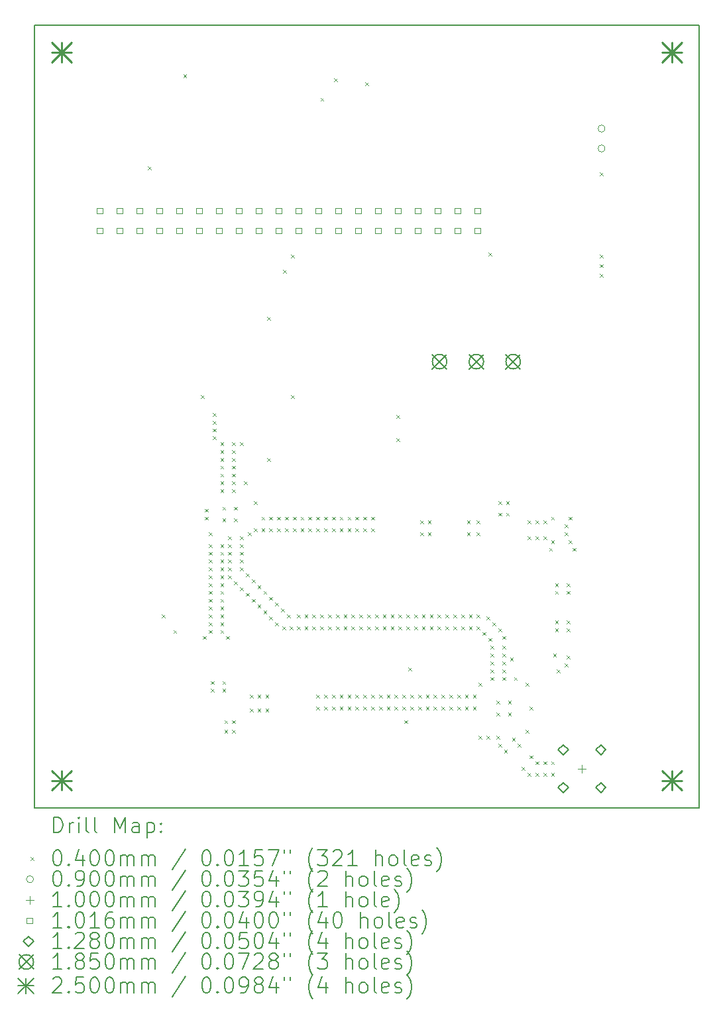
<source format=gbr>
%TF.GenerationSoftware,KiCad,Pcbnew,(6.0.7)*%
%TF.CreationDate,2022-12-13T13:42:50-06:00*%
%TF.ProjectId,Narwal_v1,4e617277-616c-45f7-9631-2e6b69636164,1*%
%TF.SameCoordinates,Original*%
%TF.FileFunction,Drillmap*%
%TF.FilePolarity,Positive*%
%FSLAX45Y45*%
G04 Gerber Fmt 4.5, Leading zero omitted, Abs format (unit mm)*
G04 Created by KiCad (PCBNEW (6.0.7)) date 2022-12-13 13:42:50*
%MOMM*%
%LPD*%
G01*
G04 APERTURE LIST*
%ADD10C,0.160000*%
%ADD11C,0.200000*%
%ADD12C,0.040000*%
%ADD13C,0.090000*%
%ADD14C,0.100000*%
%ADD15C,0.101600*%
%ADD16C,0.128000*%
%ADD17C,0.185000*%
%ADD18C,0.250000*%
G04 APERTURE END LIST*
D10*
X10000000Y-5000000D02*
X18500000Y-5000000D01*
X18500000Y-5000000D02*
X18500000Y-15000000D01*
X18500000Y-15000000D02*
X10000000Y-15000000D01*
X10000000Y-15000000D02*
X10000000Y-5000000D01*
D11*
D12*
X11455000Y-6805000D02*
X11495000Y-6845000D01*
X11495000Y-6805000D02*
X11455000Y-6845000D01*
X11630000Y-12530000D02*
X11670000Y-12570000D01*
X11670000Y-12530000D02*
X11630000Y-12570000D01*
X11780000Y-12730000D02*
X11820000Y-12770000D01*
X11820000Y-12730000D02*
X11780000Y-12770000D01*
X11905000Y-5630000D02*
X11945000Y-5670000D01*
X11945000Y-5630000D02*
X11905000Y-5670000D01*
X12130000Y-9730000D02*
X12170000Y-9770000D01*
X12170000Y-9730000D02*
X12130000Y-9770000D01*
X12155000Y-12805000D02*
X12195000Y-12845000D01*
X12195000Y-12805000D02*
X12155000Y-12845000D01*
X12180000Y-11180000D02*
X12220000Y-11220000D01*
X12220000Y-11180000D02*
X12180000Y-11220000D01*
X12180000Y-11280000D02*
X12220000Y-11320000D01*
X12220000Y-11280000D02*
X12180000Y-11320000D01*
X12230000Y-11480000D02*
X12270000Y-11520000D01*
X12270000Y-11480000D02*
X12230000Y-11520000D01*
X12230000Y-11630000D02*
X12270000Y-11670000D01*
X12270000Y-11630000D02*
X12230000Y-11670000D01*
X12230000Y-11730000D02*
X12270000Y-11770000D01*
X12270000Y-11730000D02*
X12230000Y-11770000D01*
X12230000Y-11830000D02*
X12270000Y-11870000D01*
X12270000Y-11830000D02*
X12230000Y-11870000D01*
X12230000Y-11930000D02*
X12270000Y-11970000D01*
X12270000Y-11930000D02*
X12230000Y-11970000D01*
X12230000Y-12030000D02*
X12270000Y-12070000D01*
X12270000Y-12030000D02*
X12230000Y-12070000D01*
X12230000Y-12130000D02*
X12270000Y-12170000D01*
X12270000Y-12130000D02*
X12230000Y-12170000D01*
X12230000Y-12230000D02*
X12270000Y-12270000D01*
X12270000Y-12230000D02*
X12230000Y-12270000D01*
X12230000Y-12330000D02*
X12270000Y-12370000D01*
X12270000Y-12330000D02*
X12230000Y-12370000D01*
X12230000Y-12430000D02*
X12270000Y-12470000D01*
X12270000Y-12430000D02*
X12230000Y-12470000D01*
X12230000Y-12530000D02*
X12270000Y-12570000D01*
X12270000Y-12530000D02*
X12230000Y-12570000D01*
X12230000Y-12630000D02*
X12270000Y-12670000D01*
X12270000Y-12630000D02*
X12230000Y-12670000D01*
X12230000Y-12730000D02*
X12270000Y-12770000D01*
X12270000Y-12730000D02*
X12230000Y-12770000D01*
X12255000Y-13380000D02*
X12295000Y-13420000D01*
X12295000Y-13380000D02*
X12255000Y-13420000D01*
X12255000Y-13480000D02*
X12295000Y-13520000D01*
X12295000Y-13480000D02*
X12255000Y-13520000D01*
X12280000Y-9955000D02*
X12320000Y-9995000D01*
X12320000Y-9955000D02*
X12280000Y-9995000D01*
X12280000Y-10055000D02*
X12320000Y-10095000D01*
X12320000Y-10055000D02*
X12280000Y-10095000D01*
X12280000Y-10155000D02*
X12320000Y-10195000D01*
X12320000Y-10155000D02*
X12280000Y-10195000D01*
X12280000Y-10255000D02*
X12320000Y-10295000D01*
X12320000Y-10255000D02*
X12280000Y-10295000D01*
X12380000Y-10330000D02*
X12420000Y-10370000D01*
X12420000Y-10330000D02*
X12380000Y-10370000D01*
X12380000Y-10430000D02*
X12420000Y-10470000D01*
X12420000Y-10430000D02*
X12380000Y-10470000D01*
X12380000Y-10530000D02*
X12420000Y-10570000D01*
X12420000Y-10530000D02*
X12380000Y-10570000D01*
X12380000Y-10630000D02*
X12420000Y-10670000D01*
X12420000Y-10630000D02*
X12380000Y-10670000D01*
X12380000Y-10730000D02*
X12420000Y-10770000D01*
X12420000Y-10730000D02*
X12380000Y-10770000D01*
X12380000Y-10830000D02*
X12420000Y-10870000D01*
X12420000Y-10830000D02*
X12380000Y-10870000D01*
X12380000Y-10930000D02*
X12420000Y-10970000D01*
X12420000Y-10930000D02*
X12380000Y-10970000D01*
X12380000Y-11630000D02*
X12420000Y-11670000D01*
X12420000Y-11630000D02*
X12380000Y-11670000D01*
X12380000Y-11730000D02*
X12420000Y-11770000D01*
X12420000Y-11730000D02*
X12380000Y-11770000D01*
X12380000Y-11830000D02*
X12420000Y-11870000D01*
X12420000Y-11830000D02*
X12380000Y-11870000D01*
X12380000Y-11930000D02*
X12420000Y-11970000D01*
X12420000Y-11930000D02*
X12380000Y-11970000D01*
X12380000Y-12030000D02*
X12420000Y-12070000D01*
X12420000Y-12030000D02*
X12380000Y-12070000D01*
X12380000Y-12130000D02*
X12420000Y-12170000D01*
X12420000Y-12130000D02*
X12380000Y-12170000D01*
X12380000Y-12230000D02*
X12420000Y-12270000D01*
X12420000Y-12230000D02*
X12380000Y-12270000D01*
X12380000Y-12330000D02*
X12420000Y-12370000D01*
X12420000Y-12330000D02*
X12380000Y-12370000D01*
X12380000Y-12430000D02*
X12420000Y-12470000D01*
X12420000Y-12430000D02*
X12380000Y-12470000D01*
X12380000Y-12530000D02*
X12420000Y-12570000D01*
X12420000Y-12530000D02*
X12380000Y-12570000D01*
X12380000Y-12630000D02*
X12420000Y-12670000D01*
X12420000Y-12630000D02*
X12380000Y-12670000D01*
X12380000Y-12730000D02*
X12420000Y-12770000D01*
X12420000Y-12730000D02*
X12380000Y-12770000D01*
X12405000Y-11155000D02*
X12445000Y-11195000D01*
X12445000Y-11155000D02*
X12405000Y-11195000D01*
X12405000Y-11305000D02*
X12445000Y-11345000D01*
X12445000Y-11305000D02*
X12405000Y-11345000D01*
X12405000Y-13380000D02*
X12445000Y-13420000D01*
X12445000Y-13380000D02*
X12405000Y-13420000D01*
X12405000Y-13480000D02*
X12445000Y-13520000D01*
X12445000Y-13480000D02*
X12405000Y-13520000D01*
X12430000Y-13880000D02*
X12470000Y-13920000D01*
X12470000Y-13880000D02*
X12430000Y-13920000D01*
X12430000Y-14005000D02*
X12470000Y-14045000D01*
X12470000Y-14005000D02*
X12430000Y-14045000D01*
X12455000Y-12805000D02*
X12495000Y-12845000D01*
X12495000Y-12805000D02*
X12455000Y-12845000D01*
X12480000Y-11530000D02*
X12520000Y-11570000D01*
X12520000Y-11530000D02*
X12480000Y-11570000D01*
X12480000Y-11630000D02*
X12520000Y-11670000D01*
X12520000Y-11630000D02*
X12480000Y-11670000D01*
X12480000Y-11730000D02*
X12520000Y-11770000D01*
X12520000Y-11730000D02*
X12480000Y-11770000D01*
X12480000Y-11830000D02*
X12520000Y-11870000D01*
X12520000Y-11830000D02*
X12480000Y-11870000D01*
X12480000Y-11930000D02*
X12520000Y-11970000D01*
X12520000Y-11930000D02*
X12480000Y-11970000D01*
X12480000Y-12030000D02*
X12520000Y-12070000D01*
X12520000Y-12030000D02*
X12480000Y-12070000D01*
X12530000Y-10330000D02*
X12570000Y-10370000D01*
X12570000Y-10330000D02*
X12530000Y-10370000D01*
X12530000Y-10430000D02*
X12570000Y-10470000D01*
X12570000Y-10430000D02*
X12530000Y-10470000D01*
X12530000Y-10530000D02*
X12570000Y-10570000D01*
X12570000Y-10530000D02*
X12530000Y-10570000D01*
X12530000Y-10630000D02*
X12570000Y-10670000D01*
X12570000Y-10630000D02*
X12530000Y-10670000D01*
X12530000Y-10730000D02*
X12570000Y-10770000D01*
X12570000Y-10730000D02*
X12530000Y-10770000D01*
X12530000Y-10830000D02*
X12570000Y-10870000D01*
X12570000Y-10830000D02*
X12530000Y-10870000D01*
X12530000Y-10930000D02*
X12570000Y-10970000D01*
X12570000Y-10930000D02*
X12530000Y-10970000D01*
X12530000Y-13880000D02*
X12570000Y-13920000D01*
X12570000Y-13880000D02*
X12530000Y-13920000D01*
X12530000Y-14005000D02*
X12570000Y-14045000D01*
X12570000Y-14005000D02*
X12530000Y-14045000D01*
X12555000Y-11155000D02*
X12595000Y-11195000D01*
X12595000Y-11155000D02*
X12555000Y-11195000D01*
X12555000Y-11305000D02*
X12595000Y-11345000D01*
X12595000Y-11305000D02*
X12555000Y-11345000D01*
X12555000Y-12105000D02*
X12595000Y-12145000D01*
X12595000Y-12105000D02*
X12555000Y-12145000D01*
X12630000Y-10330000D02*
X12670000Y-10370000D01*
X12670000Y-10330000D02*
X12630000Y-10370000D01*
X12630000Y-11530000D02*
X12670000Y-11570000D01*
X12670000Y-11530000D02*
X12630000Y-11570000D01*
X12630000Y-11630000D02*
X12670000Y-11670000D01*
X12670000Y-11630000D02*
X12630000Y-11670000D01*
X12630000Y-11730000D02*
X12670000Y-11770000D01*
X12670000Y-11730000D02*
X12630000Y-11770000D01*
X12630000Y-11830000D02*
X12670000Y-11870000D01*
X12670000Y-11830000D02*
X12630000Y-11870000D01*
X12630000Y-11930000D02*
X12670000Y-11970000D01*
X12670000Y-11930000D02*
X12630000Y-11970000D01*
X12630000Y-12180000D02*
X12670000Y-12220000D01*
X12670000Y-12180000D02*
X12630000Y-12220000D01*
X12680000Y-10830000D02*
X12720000Y-10870000D01*
X12720000Y-10830000D02*
X12680000Y-10870000D01*
X12705000Y-12005000D02*
X12745000Y-12045000D01*
X12745000Y-12005000D02*
X12705000Y-12045000D01*
X12705000Y-12255000D02*
X12745000Y-12295000D01*
X12745000Y-12255000D02*
X12705000Y-12295000D01*
X12730000Y-11480000D02*
X12770000Y-11520000D01*
X12770000Y-11480000D02*
X12730000Y-11520000D01*
X12755000Y-13555000D02*
X12795000Y-13595000D01*
X12795000Y-13555000D02*
X12755000Y-13595000D01*
X12755000Y-13730000D02*
X12795000Y-13770000D01*
X12795000Y-13730000D02*
X12755000Y-13770000D01*
X12780000Y-12080000D02*
X12820000Y-12120000D01*
X12820000Y-12080000D02*
X12780000Y-12120000D01*
X12780000Y-12330000D02*
X12820000Y-12370000D01*
X12820000Y-12330000D02*
X12780000Y-12370000D01*
X12805000Y-11080000D02*
X12845000Y-11120000D01*
X12845000Y-11080000D02*
X12805000Y-11120000D01*
X12805000Y-11430000D02*
X12845000Y-11470000D01*
X12845000Y-11430000D02*
X12805000Y-11470000D01*
X12855000Y-12155000D02*
X12895000Y-12195000D01*
X12895000Y-12155000D02*
X12855000Y-12195000D01*
X12855000Y-12405000D02*
X12895000Y-12445000D01*
X12895000Y-12405000D02*
X12855000Y-12445000D01*
X12855000Y-13555000D02*
X12895000Y-13595000D01*
X12895000Y-13555000D02*
X12855000Y-13595000D01*
X12855000Y-13730000D02*
X12895000Y-13770000D01*
X12895000Y-13730000D02*
X12855000Y-13770000D01*
X12905000Y-11280000D02*
X12945000Y-11320000D01*
X12945000Y-11280000D02*
X12905000Y-11320000D01*
X12905000Y-11430000D02*
X12945000Y-11470000D01*
X12945000Y-11430000D02*
X12905000Y-11470000D01*
X12930000Y-12230000D02*
X12970000Y-12270000D01*
X12970000Y-12230000D02*
X12930000Y-12270000D01*
X12930000Y-12480000D02*
X12970000Y-12520000D01*
X12970000Y-12480000D02*
X12930000Y-12520000D01*
X12955000Y-13555000D02*
X12995000Y-13595000D01*
X12995000Y-13555000D02*
X12955000Y-13595000D01*
X12955000Y-13730000D02*
X12995000Y-13770000D01*
X12995000Y-13730000D02*
X12955000Y-13770000D01*
X12980000Y-8730000D02*
X13020000Y-8770000D01*
X13020000Y-8730000D02*
X12980000Y-8770000D01*
X12980000Y-10530000D02*
X13020000Y-10570000D01*
X13020000Y-10530000D02*
X12980000Y-10570000D01*
X13005000Y-11280000D02*
X13045000Y-11320000D01*
X13045000Y-11280000D02*
X13005000Y-11320000D01*
X13005000Y-11430000D02*
X13045000Y-11470000D01*
X13045000Y-11430000D02*
X13005000Y-11470000D01*
X13005000Y-12305000D02*
X13045000Y-12345000D01*
X13045000Y-12305000D02*
X13005000Y-12345000D01*
X13005000Y-12555000D02*
X13045000Y-12595000D01*
X13045000Y-12555000D02*
X13005000Y-12595000D01*
X13080000Y-12380000D02*
X13120000Y-12420000D01*
X13120000Y-12380000D02*
X13080000Y-12420000D01*
X13080000Y-12630000D02*
X13120000Y-12670000D01*
X13120000Y-12630000D02*
X13080000Y-12670000D01*
X13105000Y-11280000D02*
X13145000Y-11320000D01*
X13145000Y-11280000D02*
X13105000Y-11320000D01*
X13105000Y-11430000D02*
X13145000Y-11470000D01*
X13145000Y-11430000D02*
X13105000Y-11470000D01*
X13155000Y-12455000D02*
X13195000Y-12495000D01*
X13195000Y-12455000D02*
X13155000Y-12495000D01*
X13170000Y-12680000D02*
X13210000Y-12720000D01*
X13210000Y-12680000D02*
X13170000Y-12720000D01*
X13180000Y-8130000D02*
X13220000Y-8170000D01*
X13220000Y-8130000D02*
X13180000Y-8170000D01*
X13205000Y-11280000D02*
X13245000Y-11320000D01*
X13245000Y-11280000D02*
X13205000Y-11320000D01*
X13205000Y-11430000D02*
X13245000Y-11470000D01*
X13245000Y-11430000D02*
X13205000Y-11470000D01*
X13230000Y-12530000D02*
X13270000Y-12570000D01*
X13270000Y-12530000D02*
X13230000Y-12570000D01*
X13262500Y-12680000D02*
X13302500Y-12720000D01*
X13302500Y-12680000D02*
X13262500Y-12720000D01*
X13280000Y-7930000D02*
X13320000Y-7970000D01*
X13320000Y-7930000D02*
X13280000Y-7970000D01*
X13280000Y-9730000D02*
X13320000Y-9770000D01*
X13320000Y-9730000D02*
X13280000Y-9770000D01*
X13305000Y-11280000D02*
X13345000Y-11320000D01*
X13345000Y-11280000D02*
X13305000Y-11320000D01*
X13305000Y-11430000D02*
X13345000Y-11470000D01*
X13345000Y-11430000D02*
X13305000Y-11470000D01*
X13355000Y-12530000D02*
X13395000Y-12570000D01*
X13395000Y-12530000D02*
X13355000Y-12570000D01*
X13355000Y-12680000D02*
X13395000Y-12720000D01*
X13395000Y-12680000D02*
X13355000Y-12720000D01*
X13405000Y-11280000D02*
X13445000Y-11320000D01*
X13445000Y-11280000D02*
X13405000Y-11320000D01*
X13405000Y-11430000D02*
X13445000Y-11470000D01*
X13445000Y-11430000D02*
X13405000Y-11470000D01*
X13455000Y-12530000D02*
X13495000Y-12570000D01*
X13495000Y-12530000D02*
X13455000Y-12570000D01*
X13455000Y-12680000D02*
X13495000Y-12720000D01*
X13495000Y-12680000D02*
X13455000Y-12720000D01*
X13505000Y-11280000D02*
X13545000Y-11320000D01*
X13545000Y-11280000D02*
X13505000Y-11320000D01*
X13505000Y-11430000D02*
X13545000Y-11470000D01*
X13545000Y-11430000D02*
X13505000Y-11470000D01*
X13555000Y-12530000D02*
X13595000Y-12570000D01*
X13595000Y-12530000D02*
X13555000Y-12570000D01*
X13555000Y-12680000D02*
X13595000Y-12720000D01*
X13595000Y-12680000D02*
X13555000Y-12720000D01*
X13605000Y-11280000D02*
X13645000Y-11320000D01*
X13645000Y-11280000D02*
X13605000Y-11320000D01*
X13605000Y-11430000D02*
X13645000Y-11470000D01*
X13645000Y-11430000D02*
X13605000Y-11470000D01*
X13605000Y-13555000D02*
X13645000Y-13595000D01*
X13645000Y-13555000D02*
X13605000Y-13595000D01*
X13605000Y-13705000D02*
X13645000Y-13745000D01*
X13645000Y-13705000D02*
X13605000Y-13745000D01*
X13655000Y-12530000D02*
X13695000Y-12570000D01*
X13695000Y-12530000D02*
X13655000Y-12570000D01*
X13655000Y-12680000D02*
X13695000Y-12720000D01*
X13695000Y-12680000D02*
X13655000Y-12720000D01*
X13657500Y-5930000D02*
X13697500Y-5970000D01*
X13697500Y-5930000D02*
X13657500Y-5970000D01*
X13705000Y-11280000D02*
X13745000Y-11320000D01*
X13745000Y-11280000D02*
X13705000Y-11320000D01*
X13705000Y-11430000D02*
X13745000Y-11470000D01*
X13745000Y-11430000D02*
X13705000Y-11470000D01*
X13705000Y-13555000D02*
X13745000Y-13595000D01*
X13745000Y-13555000D02*
X13705000Y-13595000D01*
X13705000Y-13705000D02*
X13745000Y-13745000D01*
X13745000Y-13705000D02*
X13705000Y-13745000D01*
X13755000Y-12530000D02*
X13795000Y-12570000D01*
X13795000Y-12530000D02*
X13755000Y-12570000D01*
X13755000Y-12680000D02*
X13795000Y-12720000D01*
X13795000Y-12680000D02*
X13755000Y-12720000D01*
X13805000Y-11280000D02*
X13845000Y-11320000D01*
X13845000Y-11280000D02*
X13805000Y-11320000D01*
X13805000Y-11430000D02*
X13845000Y-11470000D01*
X13845000Y-11430000D02*
X13805000Y-11470000D01*
X13805000Y-13555000D02*
X13845000Y-13595000D01*
X13845000Y-13555000D02*
X13805000Y-13595000D01*
X13805000Y-13705000D02*
X13845000Y-13745000D01*
X13845000Y-13705000D02*
X13805000Y-13745000D01*
X13830000Y-5680000D02*
X13870000Y-5720000D01*
X13870000Y-5680000D02*
X13830000Y-5720000D01*
X13855000Y-12530000D02*
X13895000Y-12570000D01*
X13895000Y-12530000D02*
X13855000Y-12570000D01*
X13855000Y-12680000D02*
X13895000Y-12720000D01*
X13895000Y-12680000D02*
X13855000Y-12720000D01*
X13905000Y-11280000D02*
X13945000Y-11320000D01*
X13945000Y-11280000D02*
X13905000Y-11320000D01*
X13905000Y-11430000D02*
X13945000Y-11470000D01*
X13945000Y-11430000D02*
X13905000Y-11470000D01*
X13905000Y-13555000D02*
X13945000Y-13595000D01*
X13945000Y-13555000D02*
X13905000Y-13595000D01*
X13905000Y-13705000D02*
X13945000Y-13745000D01*
X13945000Y-13705000D02*
X13905000Y-13745000D01*
X13955000Y-12530000D02*
X13995000Y-12570000D01*
X13995000Y-12530000D02*
X13955000Y-12570000D01*
X13955000Y-12680000D02*
X13995000Y-12720000D01*
X13995000Y-12680000D02*
X13955000Y-12720000D01*
X14005000Y-11280000D02*
X14045000Y-11320000D01*
X14045000Y-11280000D02*
X14005000Y-11320000D01*
X14005000Y-11430000D02*
X14045000Y-11470000D01*
X14045000Y-11430000D02*
X14005000Y-11470000D01*
X14005000Y-13555000D02*
X14045000Y-13595000D01*
X14045000Y-13555000D02*
X14005000Y-13595000D01*
X14005000Y-13705000D02*
X14045000Y-13745000D01*
X14045000Y-13705000D02*
X14005000Y-13745000D01*
X14055000Y-12530000D02*
X14095000Y-12570000D01*
X14095000Y-12530000D02*
X14055000Y-12570000D01*
X14055000Y-12680000D02*
X14095000Y-12720000D01*
X14095000Y-12680000D02*
X14055000Y-12720000D01*
X14105000Y-11280000D02*
X14145000Y-11320000D01*
X14145000Y-11280000D02*
X14105000Y-11320000D01*
X14105000Y-11430000D02*
X14145000Y-11470000D01*
X14145000Y-11430000D02*
X14105000Y-11470000D01*
X14105000Y-13555000D02*
X14145000Y-13595000D01*
X14145000Y-13555000D02*
X14105000Y-13595000D01*
X14105000Y-13705000D02*
X14145000Y-13745000D01*
X14145000Y-13705000D02*
X14105000Y-13745000D01*
X14155000Y-12530000D02*
X14195000Y-12570000D01*
X14195000Y-12530000D02*
X14155000Y-12570000D01*
X14155000Y-12680000D02*
X14195000Y-12720000D01*
X14195000Y-12680000D02*
X14155000Y-12720000D01*
X14205000Y-11280000D02*
X14245000Y-11320000D01*
X14245000Y-11280000D02*
X14205000Y-11320000D01*
X14205000Y-11430000D02*
X14245000Y-11470000D01*
X14245000Y-11430000D02*
X14205000Y-11470000D01*
X14205000Y-13555000D02*
X14245000Y-13595000D01*
X14245000Y-13555000D02*
X14205000Y-13595000D01*
X14205000Y-13705000D02*
X14245000Y-13745000D01*
X14245000Y-13705000D02*
X14205000Y-13745000D01*
X14230000Y-5730000D02*
X14270000Y-5770000D01*
X14270000Y-5730000D02*
X14230000Y-5770000D01*
X14255000Y-12530000D02*
X14295000Y-12570000D01*
X14295000Y-12530000D02*
X14255000Y-12570000D01*
X14255000Y-12680000D02*
X14295000Y-12720000D01*
X14295000Y-12680000D02*
X14255000Y-12720000D01*
X14305000Y-11280000D02*
X14345000Y-11320000D01*
X14345000Y-11280000D02*
X14305000Y-11320000D01*
X14305000Y-11430000D02*
X14345000Y-11470000D01*
X14345000Y-11430000D02*
X14305000Y-11470000D01*
X14305000Y-13555000D02*
X14345000Y-13595000D01*
X14345000Y-13555000D02*
X14305000Y-13595000D01*
X14305000Y-13705000D02*
X14345000Y-13745000D01*
X14345000Y-13705000D02*
X14305000Y-13745000D01*
X14355000Y-12530000D02*
X14395000Y-12570000D01*
X14395000Y-12530000D02*
X14355000Y-12570000D01*
X14355000Y-12680000D02*
X14395000Y-12720000D01*
X14395000Y-12680000D02*
X14355000Y-12720000D01*
X14405000Y-13555000D02*
X14445000Y-13595000D01*
X14445000Y-13555000D02*
X14405000Y-13595000D01*
X14405000Y-13705000D02*
X14445000Y-13745000D01*
X14445000Y-13705000D02*
X14405000Y-13745000D01*
X14455000Y-12530000D02*
X14495000Y-12570000D01*
X14495000Y-12530000D02*
X14455000Y-12570000D01*
X14455000Y-12680000D02*
X14495000Y-12720000D01*
X14495000Y-12680000D02*
X14455000Y-12720000D01*
X14505000Y-13555000D02*
X14545000Y-13595000D01*
X14545000Y-13555000D02*
X14505000Y-13595000D01*
X14505000Y-13705000D02*
X14545000Y-13745000D01*
X14545000Y-13705000D02*
X14505000Y-13745000D01*
X14555000Y-12530000D02*
X14595000Y-12570000D01*
X14595000Y-12530000D02*
X14555000Y-12570000D01*
X14555000Y-12680000D02*
X14595000Y-12720000D01*
X14595000Y-12680000D02*
X14555000Y-12720000D01*
X14605000Y-13555000D02*
X14645000Y-13595000D01*
X14645000Y-13555000D02*
X14605000Y-13595000D01*
X14605000Y-13705000D02*
X14645000Y-13745000D01*
X14645000Y-13705000D02*
X14605000Y-13745000D01*
X14630000Y-9980000D02*
X14670000Y-10020000D01*
X14670000Y-9980000D02*
X14630000Y-10020000D01*
X14630000Y-10280000D02*
X14670000Y-10320000D01*
X14670000Y-10280000D02*
X14630000Y-10320000D01*
X14655000Y-12530000D02*
X14695000Y-12570000D01*
X14695000Y-12530000D02*
X14655000Y-12570000D01*
X14655000Y-12680000D02*
X14695000Y-12720000D01*
X14695000Y-12680000D02*
X14655000Y-12720000D01*
X14705000Y-13555000D02*
X14745000Y-13595000D01*
X14745000Y-13555000D02*
X14705000Y-13595000D01*
X14705000Y-13705000D02*
X14745000Y-13745000D01*
X14745000Y-13705000D02*
X14705000Y-13745000D01*
X14730000Y-13880000D02*
X14770000Y-13920000D01*
X14770000Y-13880000D02*
X14730000Y-13920000D01*
X14755000Y-12530000D02*
X14795000Y-12570000D01*
X14795000Y-12530000D02*
X14755000Y-12570000D01*
X14755000Y-12680000D02*
X14795000Y-12720000D01*
X14795000Y-12680000D02*
X14755000Y-12720000D01*
X14780000Y-13205000D02*
X14820000Y-13245000D01*
X14820000Y-13205000D02*
X14780000Y-13245000D01*
X14805000Y-13555000D02*
X14845000Y-13595000D01*
X14845000Y-13555000D02*
X14805000Y-13595000D01*
X14805000Y-13705000D02*
X14845000Y-13745000D01*
X14845000Y-13705000D02*
X14805000Y-13745000D01*
X14855000Y-12530000D02*
X14895000Y-12570000D01*
X14895000Y-12530000D02*
X14855000Y-12570000D01*
X14855000Y-12680000D02*
X14895000Y-12720000D01*
X14895000Y-12680000D02*
X14855000Y-12720000D01*
X14905000Y-13555000D02*
X14945000Y-13595000D01*
X14945000Y-13555000D02*
X14905000Y-13595000D01*
X14905000Y-13705000D02*
X14945000Y-13745000D01*
X14945000Y-13705000D02*
X14905000Y-13745000D01*
X14930000Y-11330000D02*
X14970000Y-11370000D01*
X14970000Y-11330000D02*
X14930000Y-11370000D01*
X14930000Y-11480000D02*
X14970000Y-11520000D01*
X14970000Y-11480000D02*
X14930000Y-11520000D01*
X14955000Y-12530000D02*
X14995000Y-12570000D01*
X14995000Y-12530000D02*
X14955000Y-12570000D01*
X14955000Y-12680000D02*
X14995000Y-12720000D01*
X14995000Y-12680000D02*
X14955000Y-12720000D01*
X15005000Y-13555000D02*
X15045000Y-13595000D01*
X15045000Y-13555000D02*
X15005000Y-13595000D01*
X15005000Y-13705000D02*
X15045000Y-13745000D01*
X15045000Y-13705000D02*
X15005000Y-13745000D01*
X15030000Y-11330000D02*
X15070000Y-11370000D01*
X15070000Y-11330000D02*
X15030000Y-11370000D01*
X15030000Y-11480000D02*
X15070000Y-11520000D01*
X15070000Y-11480000D02*
X15030000Y-11520000D01*
X15055000Y-12530000D02*
X15095000Y-12570000D01*
X15095000Y-12530000D02*
X15055000Y-12570000D01*
X15055000Y-12680000D02*
X15095000Y-12720000D01*
X15095000Y-12680000D02*
X15055000Y-12720000D01*
X15105000Y-13555000D02*
X15145000Y-13595000D01*
X15145000Y-13555000D02*
X15105000Y-13595000D01*
X15105000Y-13705000D02*
X15145000Y-13745000D01*
X15145000Y-13705000D02*
X15105000Y-13745000D01*
X15155000Y-12530000D02*
X15195000Y-12570000D01*
X15195000Y-12530000D02*
X15155000Y-12570000D01*
X15155000Y-12680000D02*
X15195000Y-12720000D01*
X15195000Y-12680000D02*
X15155000Y-12720000D01*
X15205000Y-13555000D02*
X15245000Y-13595000D01*
X15245000Y-13555000D02*
X15205000Y-13595000D01*
X15205000Y-13705000D02*
X15245000Y-13745000D01*
X15245000Y-13705000D02*
X15205000Y-13745000D01*
X15255000Y-12530000D02*
X15295000Y-12570000D01*
X15295000Y-12530000D02*
X15255000Y-12570000D01*
X15255000Y-12680000D02*
X15295000Y-12720000D01*
X15295000Y-12680000D02*
X15255000Y-12720000D01*
X15305000Y-13555000D02*
X15345000Y-13595000D01*
X15345000Y-13555000D02*
X15305000Y-13595000D01*
X15305000Y-13705000D02*
X15345000Y-13745000D01*
X15345000Y-13705000D02*
X15305000Y-13745000D01*
X15355000Y-12530000D02*
X15395000Y-12570000D01*
X15395000Y-12530000D02*
X15355000Y-12570000D01*
X15355000Y-12680000D02*
X15395000Y-12720000D01*
X15395000Y-12680000D02*
X15355000Y-12720000D01*
X15405000Y-13555000D02*
X15445000Y-13595000D01*
X15445000Y-13555000D02*
X15405000Y-13595000D01*
X15405000Y-13705000D02*
X15445000Y-13745000D01*
X15445000Y-13705000D02*
X15405000Y-13745000D01*
X15455000Y-12530000D02*
X15495000Y-12570000D01*
X15495000Y-12530000D02*
X15455000Y-12570000D01*
X15455000Y-12680000D02*
X15495000Y-12720000D01*
X15495000Y-12680000D02*
X15455000Y-12720000D01*
X15505000Y-13555000D02*
X15545000Y-13595000D01*
X15545000Y-13555000D02*
X15505000Y-13595000D01*
X15505000Y-13705000D02*
X15545000Y-13745000D01*
X15545000Y-13705000D02*
X15505000Y-13745000D01*
X15530000Y-11330000D02*
X15570000Y-11370000D01*
X15570000Y-11330000D02*
X15530000Y-11370000D01*
X15530000Y-11480000D02*
X15570000Y-11520000D01*
X15570000Y-11480000D02*
X15530000Y-11520000D01*
X15555000Y-12530000D02*
X15595000Y-12570000D01*
X15595000Y-12530000D02*
X15555000Y-12570000D01*
X15555000Y-12680000D02*
X15595000Y-12720000D01*
X15595000Y-12680000D02*
X15555000Y-12720000D01*
X15605000Y-13555000D02*
X15645000Y-13595000D01*
X15645000Y-13555000D02*
X15605000Y-13595000D01*
X15605000Y-13705000D02*
X15645000Y-13745000D01*
X15645000Y-13705000D02*
X15605000Y-13745000D01*
X15655000Y-11330000D02*
X15695000Y-11370000D01*
X15695000Y-11330000D02*
X15655000Y-11370000D01*
X15655000Y-11480000D02*
X15695000Y-11520000D01*
X15695000Y-11480000D02*
X15655000Y-11520000D01*
X15655000Y-12530000D02*
X15695000Y-12570000D01*
X15695000Y-12530000D02*
X15655000Y-12570000D01*
X15655000Y-12680000D02*
X15695000Y-12720000D01*
X15695000Y-12680000D02*
X15655000Y-12720000D01*
X15680000Y-13405000D02*
X15720000Y-13445000D01*
X15720000Y-13405000D02*
X15680000Y-13445000D01*
X15680000Y-14080000D02*
X15720000Y-14120000D01*
X15720000Y-14080000D02*
X15680000Y-14120000D01*
X15730000Y-12755000D02*
X15770000Y-12795000D01*
X15770000Y-12755000D02*
X15730000Y-12795000D01*
X15780000Y-12555000D02*
X15820000Y-12595000D01*
X15820000Y-12555000D02*
X15780000Y-12595000D01*
X15780000Y-14080000D02*
X15820000Y-14120000D01*
X15820000Y-14080000D02*
X15780000Y-14120000D01*
X15805000Y-7905000D02*
X15845000Y-7945000D01*
X15845000Y-7905000D02*
X15805000Y-7945000D01*
X15805000Y-12830000D02*
X15845000Y-12870000D01*
X15845000Y-12830000D02*
X15805000Y-12870000D01*
X15830000Y-12930000D02*
X15870000Y-12970000D01*
X15870000Y-12930000D02*
X15830000Y-12970000D01*
X15830000Y-13030000D02*
X15870000Y-13070000D01*
X15870000Y-13030000D02*
X15830000Y-13070000D01*
X15830000Y-13130000D02*
X15870000Y-13170000D01*
X15870000Y-13130000D02*
X15830000Y-13170000D01*
X15830000Y-13230000D02*
X15870000Y-13270000D01*
X15870000Y-13230000D02*
X15830000Y-13270000D01*
X15830000Y-13330000D02*
X15870000Y-13370000D01*
X15870000Y-13330000D02*
X15830000Y-13370000D01*
X15855000Y-12630000D02*
X15895000Y-12670000D01*
X15895000Y-12630000D02*
X15855000Y-12670000D01*
X15905000Y-13630000D02*
X15945000Y-13670000D01*
X15945000Y-13630000D02*
X15905000Y-13670000D01*
X15905000Y-13780000D02*
X15945000Y-13820000D01*
X15945000Y-13780000D02*
X15905000Y-13820000D01*
X15905000Y-14080000D02*
X15945000Y-14120000D01*
X15945000Y-14080000D02*
X15905000Y-14120000D01*
X15930000Y-11080000D02*
X15970000Y-11120000D01*
X15970000Y-11080000D02*
X15930000Y-11120000D01*
X15930000Y-11230000D02*
X15970000Y-11270000D01*
X15970000Y-11230000D02*
X15930000Y-11270000D01*
X15930000Y-12705000D02*
X15970000Y-12745000D01*
X15970000Y-12705000D02*
X15930000Y-12745000D01*
X15930000Y-14180000D02*
X15970000Y-14220000D01*
X15970000Y-14180000D02*
X15930000Y-14220000D01*
X15980000Y-12805000D02*
X16020000Y-12845000D01*
X16020000Y-12805000D02*
X15980000Y-12845000D01*
X15980000Y-12930000D02*
X16020000Y-12970000D01*
X16020000Y-12930000D02*
X15980000Y-12970000D01*
X15980000Y-13030000D02*
X16020000Y-13070000D01*
X16020000Y-13030000D02*
X15980000Y-13070000D01*
X15980000Y-13130000D02*
X16020000Y-13170000D01*
X16020000Y-13130000D02*
X15980000Y-13170000D01*
X15980000Y-13230000D02*
X16020000Y-13270000D01*
X16020000Y-13230000D02*
X15980000Y-13270000D01*
X15980000Y-13330000D02*
X16020000Y-13370000D01*
X16020000Y-13330000D02*
X15980000Y-13370000D01*
X16005000Y-14255000D02*
X16045000Y-14295000D01*
X16045000Y-14255000D02*
X16005000Y-14295000D01*
X16030000Y-11080000D02*
X16070000Y-11120000D01*
X16070000Y-11080000D02*
X16030000Y-11120000D01*
X16030000Y-11230000D02*
X16070000Y-11270000D01*
X16070000Y-11230000D02*
X16030000Y-11270000D01*
X16055000Y-13630000D02*
X16095000Y-13670000D01*
X16095000Y-13630000D02*
X16055000Y-13670000D01*
X16055000Y-13780000D02*
X16095000Y-13820000D01*
X16095000Y-13780000D02*
X16055000Y-13820000D01*
X16080000Y-13080000D02*
X16120000Y-13120000D01*
X16120000Y-13080000D02*
X16080000Y-13120000D01*
X16105000Y-14105000D02*
X16145000Y-14145000D01*
X16145000Y-14105000D02*
X16105000Y-14145000D01*
X16130000Y-13330000D02*
X16170000Y-13370000D01*
X16170000Y-13330000D02*
X16130000Y-13370000D01*
X16180000Y-14180000D02*
X16220000Y-14220000D01*
X16220000Y-14180000D02*
X16180000Y-14220000D01*
X16230000Y-14480000D02*
X16270000Y-14520000D01*
X16270000Y-14480000D02*
X16230000Y-14520000D01*
X16280000Y-13405000D02*
X16320000Y-13445000D01*
X16320000Y-13405000D02*
X16280000Y-13445000D01*
X16280000Y-14005000D02*
X16320000Y-14045000D01*
X16320000Y-14005000D02*
X16280000Y-14045000D01*
X16305000Y-11330000D02*
X16345000Y-11370000D01*
X16345000Y-11330000D02*
X16305000Y-11370000D01*
X16305000Y-11530000D02*
X16345000Y-11570000D01*
X16345000Y-11530000D02*
X16305000Y-11570000D01*
X16305000Y-14555000D02*
X16345000Y-14595000D01*
X16345000Y-14555000D02*
X16305000Y-14595000D01*
X16330000Y-13705000D02*
X16370000Y-13745000D01*
X16370000Y-13705000D02*
X16330000Y-13745000D01*
X16330000Y-14330000D02*
X16370000Y-14370000D01*
X16370000Y-14330000D02*
X16330000Y-14370000D01*
X16405000Y-11330000D02*
X16445000Y-11370000D01*
X16445000Y-11330000D02*
X16405000Y-11370000D01*
X16405000Y-11530000D02*
X16445000Y-11570000D01*
X16445000Y-11530000D02*
X16405000Y-11570000D01*
X16405000Y-14405000D02*
X16445000Y-14445000D01*
X16445000Y-14405000D02*
X16405000Y-14445000D01*
X16405000Y-14555000D02*
X16445000Y-14595000D01*
X16445000Y-14555000D02*
X16405000Y-14595000D01*
X16505000Y-11330000D02*
X16545000Y-11370000D01*
X16545000Y-11330000D02*
X16505000Y-11370000D01*
X16505000Y-11530000D02*
X16545000Y-11570000D01*
X16545000Y-11530000D02*
X16505000Y-11570000D01*
X16505000Y-14405000D02*
X16545000Y-14445000D01*
X16545000Y-14405000D02*
X16505000Y-14445000D01*
X16505000Y-14555000D02*
X16545000Y-14595000D01*
X16545000Y-14555000D02*
X16505000Y-14595000D01*
X16580000Y-11680000D02*
X16620000Y-11720000D01*
X16620000Y-11680000D02*
X16580000Y-11720000D01*
X16605000Y-11280000D02*
X16645000Y-11320000D01*
X16645000Y-11280000D02*
X16605000Y-11320000D01*
X16605000Y-11580000D02*
X16645000Y-11620000D01*
X16645000Y-11580000D02*
X16605000Y-11620000D01*
X16605000Y-14405000D02*
X16645000Y-14445000D01*
X16645000Y-14405000D02*
X16605000Y-14445000D01*
X16605000Y-14555000D02*
X16645000Y-14595000D01*
X16645000Y-14555000D02*
X16605000Y-14595000D01*
X16630000Y-13030000D02*
X16670000Y-13070000D01*
X16670000Y-13030000D02*
X16630000Y-13070000D01*
X16655000Y-12130000D02*
X16695000Y-12170000D01*
X16695000Y-12130000D02*
X16655000Y-12170000D01*
X16655000Y-12230000D02*
X16695000Y-12270000D01*
X16695000Y-12230000D02*
X16655000Y-12270000D01*
X16655000Y-12605000D02*
X16695000Y-12645000D01*
X16695000Y-12605000D02*
X16655000Y-12645000D01*
X16655000Y-12705000D02*
X16695000Y-12745000D01*
X16695000Y-12705000D02*
X16655000Y-12745000D01*
X16680000Y-13230000D02*
X16720000Y-13270000D01*
X16720000Y-13230000D02*
X16680000Y-13270000D01*
X16780000Y-11380000D02*
X16820000Y-11420000D01*
X16820000Y-11380000D02*
X16780000Y-11420000D01*
X16780000Y-11480000D02*
X16820000Y-11520000D01*
X16820000Y-11480000D02*
X16780000Y-11520000D01*
X16780000Y-13155000D02*
X16820000Y-13195000D01*
X16820000Y-13155000D02*
X16780000Y-13195000D01*
X16805000Y-12130000D02*
X16845000Y-12170000D01*
X16845000Y-12130000D02*
X16805000Y-12170000D01*
X16805000Y-12230000D02*
X16845000Y-12270000D01*
X16845000Y-12230000D02*
X16805000Y-12270000D01*
X16805000Y-12605000D02*
X16845000Y-12645000D01*
X16845000Y-12605000D02*
X16805000Y-12645000D01*
X16805000Y-12705000D02*
X16845000Y-12745000D01*
X16845000Y-12705000D02*
X16805000Y-12745000D01*
X16805000Y-13055000D02*
X16845000Y-13095000D01*
X16845000Y-13055000D02*
X16805000Y-13095000D01*
X16830000Y-11280000D02*
X16870000Y-11320000D01*
X16870000Y-11280000D02*
X16830000Y-11320000D01*
X16830000Y-11580000D02*
X16870000Y-11620000D01*
X16870000Y-11580000D02*
X16830000Y-11620000D01*
X16880000Y-11680000D02*
X16920000Y-11720000D01*
X16920000Y-11680000D02*
X16880000Y-11720000D01*
X17230000Y-6880000D02*
X17270000Y-6920000D01*
X17270000Y-6880000D02*
X17230000Y-6920000D01*
X17230000Y-7930000D02*
X17270000Y-7970000D01*
X17270000Y-7930000D02*
X17230000Y-7970000D01*
X17230000Y-8055000D02*
X17270000Y-8095000D01*
X17270000Y-8055000D02*
X17230000Y-8095000D01*
X17230000Y-8180000D02*
X17270000Y-8220000D01*
X17270000Y-8180000D02*
X17230000Y-8220000D01*
D13*
X17295000Y-6322500D02*
G75*
G03*
X17295000Y-6322500I-45000J0D01*
G01*
X17295000Y-6576500D02*
G75*
G03*
X17295000Y-6576500I-45000J0D01*
G01*
D14*
X17000000Y-14450000D02*
X17000000Y-14550000D01*
X16950000Y-14500000D02*
X17050000Y-14500000D01*
D15*
X10872921Y-7408921D02*
X10872921Y-7337079D01*
X10801079Y-7337079D01*
X10801079Y-7408921D01*
X10872921Y-7408921D01*
X10872921Y-7662921D02*
X10872921Y-7591079D01*
X10801079Y-7591079D01*
X10801079Y-7662921D01*
X10872921Y-7662921D01*
X11126921Y-7408921D02*
X11126921Y-7337079D01*
X11055079Y-7337079D01*
X11055079Y-7408921D01*
X11126921Y-7408921D01*
X11126921Y-7662921D02*
X11126921Y-7591079D01*
X11055079Y-7591079D01*
X11055079Y-7662921D01*
X11126921Y-7662921D01*
X11380921Y-7408921D02*
X11380921Y-7337079D01*
X11309079Y-7337079D01*
X11309079Y-7408921D01*
X11380921Y-7408921D01*
X11380921Y-7662921D02*
X11380921Y-7591079D01*
X11309079Y-7591079D01*
X11309079Y-7662921D01*
X11380921Y-7662921D01*
X11634921Y-7408921D02*
X11634921Y-7337079D01*
X11563079Y-7337079D01*
X11563079Y-7408921D01*
X11634921Y-7408921D01*
X11634921Y-7662921D02*
X11634921Y-7591079D01*
X11563079Y-7591079D01*
X11563079Y-7662921D01*
X11634921Y-7662921D01*
X11888921Y-7408921D02*
X11888921Y-7337079D01*
X11817079Y-7337079D01*
X11817079Y-7408921D01*
X11888921Y-7408921D01*
X11888921Y-7662921D02*
X11888921Y-7591079D01*
X11817079Y-7591079D01*
X11817079Y-7662921D01*
X11888921Y-7662921D01*
X12142921Y-7408921D02*
X12142921Y-7337079D01*
X12071079Y-7337079D01*
X12071079Y-7408921D01*
X12142921Y-7408921D01*
X12142921Y-7662921D02*
X12142921Y-7591079D01*
X12071079Y-7591079D01*
X12071079Y-7662921D01*
X12142921Y-7662921D01*
X12396921Y-7408921D02*
X12396921Y-7337079D01*
X12325079Y-7337079D01*
X12325079Y-7408921D01*
X12396921Y-7408921D01*
X12396921Y-7662921D02*
X12396921Y-7591079D01*
X12325079Y-7591079D01*
X12325079Y-7662921D01*
X12396921Y-7662921D01*
X12650921Y-7408921D02*
X12650921Y-7337079D01*
X12579079Y-7337079D01*
X12579079Y-7408921D01*
X12650921Y-7408921D01*
X12650921Y-7662921D02*
X12650921Y-7591079D01*
X12579079Y-7591079D01*
X12579079Y-7662921D01*
X12650921Y-7662921D01*
X12904921Y-7408921D02*
X12904921Y-7337079D01*
X12833079Y-7337079D01*
X12833079Y-7408921D01*
X12904921Y-7408921D01*
X12904921Y-7662921D02*
X12904921Y-7591079D01*
X12833079Y-7591079D01*
X12833079Y-7662921D01*
X12904921Y-7662921D01*
X13158921Y-7408921D02*
X13158921Y-7337079D01*
X13087079Y-7337079D01*
X13087079Y-7408921D01*
X13158921Y-7408921D01*
X13158921Y-7662921D02*
X13158921Y-7591079D01*
X13087079Y-7591079D01*
X13087079Y-7662921D01*
X13158921Y-7662921D01*
X13412921Y-7408921D02*
X13412921Y-7337079D01*
X13341079Y-7337079D01*
X13341079Y-7408921D01*
X13412921Y-7408921D01*
X13412921Y-7662921D02*
X13412921Y-7591079D01*
X13341079Y-7591079D01*
X13341079Y-7662921D01*
X13412921Y-7662921D01*
X13666921Y-7408921D02*
X13666921Y-7337079D01*
X13595079Y-7337079D01*
X13595079Y-7408921D01*
X13666921Y-7408921D01*
X13666921Y-7662921D02*
X13666921Y-7591079D01*
X13595079Y-7591079D01*
X13595079Y-7662921D01*
X13666921Y-7662921D01*
X13920921Y-7408921D02*
X13920921Y-7337079D01*
X13849079Y-7337079D01*
X13849079Y-7408921D01*
X13920921Y-7408921D01*
X13920921Y-7662921D02*
X13920921Y-7591079D01*
X13849079Y-7591079D01*
X13849079Y-7662921D01*
X13920921Y-7662921D01*
X14174921Y-7408921D02*
X14174921Y-7337079D01*
X14103079Y-7337079D01*
X14103079Y-7408921D01*
X14174921Y-7408921D01*
X14174921Y-7662921D02*
X14174921Y-7591079D01*
X14103079Y-7591079D01*
X14103079Y-7662921D01*
X14174921Y-7662921D01*
X14428921Y-7408921D02*
X14428921Y-7337079D01*
X14357079Y-7337079D01*
X14357079Y-7408921D01*
X14428921Y-7408921D01*
X14428921Y-7662921D02*
X14428921Y-7591079D01*
X14357079Y-7591079D01*
X14357079Y-7662921D01*
X14428921Y-7662921D01*
X14682921Y-7408921D02*
X14682921Y-7337079D01*
X14611079Y-7337079D01*
X14611079Y-7408921D01*
X14682921Y-7408921D01*
X14682921Y-7662921D02*
X14682921Y-7591079D01*
X14611079Y-7591079D01*
X14611079Y-7662921D01*
X14682921Y-7662921D01*
X14936921Y-7408921D02*
X14936921Y-7337079D01*
X14865079Y-7337079D01*
X14865079Y-7408921D01*
X14936921Y-7408921D01*
X14936921Y-7662921D02*
X14936921Y-7591079D01*
X14865079Y-7591079D01*
X14865079Y-7662921D01*
X14936921Y-7662921D01*
X15190921Y-7408921D02*
X15190921Y-7337079D01*
X15119079Y-7337079D01*
X15119079Y-7408921D01*
X15190921Y-7408921D01*
X15190921Y-7662921D02*
X15190921Y-7591079D01*
X15119079Y-7591079D01*
X15119079Y-7662921D01*
X15190921Y-7662921D01*
X15444921Y-7408921D02*
X15444921Y-7337079D01*
X15373079Y-7337079D01*
X15373079Y-7408921D01*
X15444921Y-7408921D01*
X15444921Y-7662921D02*
X15444921Y-7591079D01*
X15373079Y-7591079D01*
X15373079Y-7662921D01*
X15444921Y-7662921D01*
X15698921Y-7408921D02*
X15698921Y-7337079D01*
X15627079Y-7337079D01*
X15627079Y-7408921D01*
X15698921Y-7408921D01*
X15698921Y-7662921D02*
X15698921Y-7591079D01*
X15627079Y-7591079D01*
X15627079Y-7662921D01*
X15698921Y-7662921D01*
D16*
X16760000Y-14324000D02*
X16824000Y-14260000D01*
X16760000Y-14196000D01*
X16696000Y-14260000D01*
X16760000Y-14324000D01*
X16760000Y-14804000D02*
X16824000Y-14740000D01*
X16760000Y-14676000D01*
X16696000Y-14740000D01*
X16760000Y-14804000D01*
X17240000Y-14324000D02*
X17304000Y-14260000D01*
X17240000Y-14196000D01*
X17176000Y-14260000D01*
X17240000Y-14324000D01*
X17240000Y-14804000D02*
X17304000Y-14740000D01*
X17240000Y-14676000D01*
X17176000Y-14740000D01*
X17240000Y-14804000D01*
D17*
X15087500Y-9207500D02*
X15272500Y-9392500D01*
X15272500Y-9207500D02*
X15087500Y-9392500D01*
X15272500Y-9300000D02*
G75*
G03*
X15272500Y-9300000I-92500J0D01*
G01*
X15557500Y-9207500D02*
X15742500Y-9392500D01*
X15742500Y-9207500D02*
X15557500Y-9392500D01*
X15742500Y-9300000D02*
G75*
G03*
X15742500Y-9300000I-92500J0D01*
G01*
X16027500Y-9207500D02*
X16212500Y-9392500D01*
X16212500Y-9207500D02*
X16027500Y-9392500D01*
X16212500Y-9300000D02*
G75*
G03*
X16212500Y-9300000I-92500J0D01*
G01*
D18*
X10225000Y-5225000D02*
X10475000Y-5475000D01*
X10475000Y-5225000D02*
X10225000Y-5475000D01*
X10350000Y-5225000D02*
X10350000Y-5475000D01*
X10225000Y-5350000D02*
X10475000Y-5350000D01*
X10225000Y-14525000D02*
X10475000Y-14775000D01*
X10475000Y-14525000D02*
X10225000Y-14775000D01*
X10350000Y-14525000D02*
X10350000Y-14775000D01*
X10225000Y-14650000D02*
X10475000Y-14650000D01*
X18025000Y-5225000D02*
X18275000Y-5475000D01*
X18275000Y-5225000D02*
X18025000Y-5475000D01*
X18150000Y-5225000D02*
X18150000Y-5475000D01*
X18025000Y-5350000D02*
X18275000Y-5350000D01*
X18025000Y-14525000D02*
X18275000Y-14775000D01*
X18275000Y-14525000D02*
X18025000Y-14775000D01*
X18150000Y-14525000D02*
X18150000Y-14775000D01*
X18025000Y-14650000D02*
X18275000Y-14650000D01*
D11*
X10249619Y-15318476D02*
X10249619Y-15118476D01*
X10297238Y-15118476D01*
X10325810Y-15128000D01*
X10344857Y-15147048D01*
X10354381Y-15166095D01*
X10363905Y-15204190D01*
X10363905Y-15232762D01*
X10354381Y-15270857D01*
X10344857Y-15289905D01*
X10325810Y-15308952D01*
X10297238Y-15318476D01*
X10249619Y-15318476D01*
X10449619Y-15318476D02*
X10449619Y-15185143D01*
X10449619Y-15223238D02*
X10459143Y-15204190D01*
X10468667Y-15194667D01*
X10487714Y-15185143D01*
X10506762Y-15185143D01*
X10573429Y-15318476D02*
X10573429Y-15185143D01*
X10573429Y-15118476D02*
X10563905Y-15128000D01*
X10573429Y-15137524D01*
X10582952Y-15128000D01*
X10573429Y-15118476D01*
X10573429Y-15137524D01*
X10697238Y-15318476D02*
X10678190Y-15308952D01*
X10668667Y-15289905D01*
X10668667Y-15118476D01*
X10802000Y-15318476D02*
X10782952Y-15308952D01*
X10773429Y-15289905D01*
X10773429Y-15118476D01*
X11030571Y-15318476D02*
X11030571Y-15118476D01*
X11097238Y-15261333D01*
X11163905Y-15118476D01*
X11163905Y-15318476D01*
X11344857Y-15318476D02*
X11344857Y-15213714D01*
X11335333Y-15194667D01*
X11316286Y-15185143D01*
X11278190Y-15185143D01*
X11259143Y-15194667D01*
X11344857Y-15308952D02*
X11325809Y-15318476D01*
X11278190Y-15318476D01*
X11259143Y-15308952D01*
X11249619Y-15289905D01*
X11249619Y-15270857D01*
X11259143Y-15251809D01*
X11278190Y-15242286D01*
X11325809Y-15242286D01*
X11344857Y-15232762D01*
X11440095Y-15185143D02*
X11440095Y-15385143D01*
X11440095Y-15194667D02*
X11459143Y-15185143D01*
X11497238Y-15185143D01*
X11516286Y-15194667D01*
X11525809Y-15204190D01*
X11535333Y-15223238D01*
X11535333Y-15280381D01*
X11525809Y-15299428D01*
X11516286Y-15308952D01*
X11497238Y-15318476D01*
X11459143Y-15318476D01*
X11440095Y-15308952D01*
X11621048Y-15299428D02*
X11630571Y-15308952D01*
X11621048Y-15318476D01*
X11611524Y-15308952D01*
X11621048Y-15299428D01*
X11621048Y-15318476D01*
X11621048Y-15194667D02*
X11630571Y-15204190D01*
X11621048Y-15213714D01*
X11611524Y-15204190D01*
X11621048Y-15194667D01*
X11621048Y-15213714D01*
D12*
X9952000Y-15628000D02*
X9992000Y-15668000D01*
X9992000Y-15628000D02*
X9952000Y-15668000D01*
D11*
X10287714Y-15538476D02*
X10306762Y-15538476D01*
X10325810Y-15548000D01*
X10335333Y-15557524D01*
X10344857Y-15576571D01*
X10354381Y-15614667D01*
X10354381Y-15662286D01*
X10344857Y-15700381D01*
X10335333Y-15719428D01*
X10325810Y-15728952D01*
X10306762Y-15738476D01*
X10287714Y-15738476D01*
X10268667Y-15728952D01*
X10259143Y-15719428D01*
X10249619Y-15700381D01*
X10240095Y-15662286D01*
X10240095Y-15614667D01*
X10249619Y-15576571D01*
X10259143Y-15557524D01*
X10268667Y-15548000D01*
X10287714Y-15538476D01*
X10440095Y-15719428D02*
X10449619Y-15728952D01*
X10440095Y-15738476D01*
X10430571Y-15728952D01*
X10440095Y-15719428D01*
X10440095Y-15738476D01*
X10621048Y-15605143D02*
X10621048Y-15738476D01*
X10573429Y-15528952D02*
X10525810Y-15671809D01*
X10649619Y-15671809D01*
X10763905Y-15538476D02*
X10782952Y-15538476D01*
X10802000Y-15548000D01*
X10811524Y-15557524D01*
X10821048Y-15576571D01*
X10830571Y-15614667D01*
X10830571Y-15662286D01*
X10821048Y-15700381D01*
X10811524Y-15719428D01*
X10802000Y-15728952D01*
X10782952Y-15738476D01*
X10763905Y-15738476D01*
X10744857Y-15728952D01*
X10735333Y-15719428D01*
X10725810Y-15700381D01*
X10716286Y-15662286D01*
X10716286Y-15614667D01*
X10725810Y-15576571D01*
X10735333Y-15557524D01*
X10744857Y-15548000D01*
X10763905Y-15538476D01*
X10954381Y-15538476D02*
X10973429Y-15538476D01*
X10992476Y-15548000D01*
X11002000Y-15557524D01*
X11011524Y-15576571D01*
X11021048Y-15614667D01*
X11021048Y-15662286D01*
X11011524Y-15700381D01*
X11002000Y-15719428D01*
X10992476Y-15728952D01*
X10973429Y-15738476D01*
X10954381Y-15738476D01*
X10935333Y-15728952D01*
X10925810Y-15719428D01*
X10916286Y-15700381D01*
X10906762Y-15662286D01*
X10906762Y-15614667D01*
X10916286Y-15576571D01*
X10925810Y-15557524D01*
X10935333Y-15548000D01*
X10954381Y-15538476D01*
X11106762Y-15738476D02*
X11106762Y-15605143D01*
X11106762Y-15624190D02*
X11116286Y-15614667D01*
X11135333Y-15605143D01*
X11163905Y-15605143D01*
X11182952Y-15614667D01*
X11192476Y-15633714D01*
X11192476Y-15738476D01*
X11192476Y-15633714D02*
X11202000Y-15614667D01*
X11221048Y-15605143D01*
X11249619Y-15605143D01*
X11268667Y-15614667D01*
X11278190Y-15633714D01*
X11278190Y-15738476D01*
X11373428Y-15738476D02*
X11373428Y-15605143D01*
X11373428Y-15624190D02*
X11382952Y-15614667D01*
X11402000Y-15605143D01*
X11430571Y-15605143D01*
X11449619Y-15614667D01*
X11459143Y-15633714D01*
X11459143Y-15738476D01*
X11459143Y-15633714D02*
X11468667Y-15614667D01*
X11487714Y-15605143D01*
X11516286Y-15605143D01*
X11535333Y-15614667D01*
X11544857Y-15633714D01*
X11544857Y-15738476D01*
X11935333Y-15528952D02*
X11763905Y-15786095D01*
X12192476Y-15538476D02*
X12211524Y-15538476D01*
X12230571Y-15548000D01*
X12240095Y-15557524D01*
X12249619Y-15576571D01*
X12259143Y-15614667D01*
X12259143Y-15662286D01*
X12249619Y-15700381D01*
X12240095Y-15719428D01*
X12230571Y-15728952D01*
X12211524Y-15738476D01*
X12192476Y-15738476D01*
X12173428Y-15728952D01*
X12163905Y-15719428D01*
X12154381Y-15700381D01*
X12144857Y-15662286D01*
X12144857Y-15614667D01*
X12154381Y-15576571D01*
X12163905Y-15557524D01*
X12173428Y-15548000D01*
X12192476Y-15538476D01*
X12344857Y-15719428D02*
X12354381Y-15728952D01*
X12344857Y-15738476D01*
X12335333Y-15728952D01*
X12344857Y-15719428D01*
X12344857Y-15738476D01*
X12478190Y-15538476D02*
X12497238Y-15538476D01*
X12516286Y-15548000D01*
X12525809Y-15557524D01*
X12535333Y-15576571D01*
X12544857Y-15614667D01*
X12544857Y-15662286D01*
X12535333Y-15700381D01*
X12525809Y-15719428D01*
X12516286Y-15728952D01*
X12497238Y-15738476D01*
X12478190Y-15738476D01*
X12459143Y-15728952D01*
X12449619Y-15719428D01*
X12440095Y-15700381D01*
X12430571Y-15662286D01*
X12430571Y-15614667D01*
X12440095Y-15576571D01*
X12449619Y-15557524D01*
X12459143Y-15548000D01*
X12478190Y-15538476D01*
X12735333Y-15738476D02*
X12621048Y-15738476D01*
X12678190Y-15738476D02*
X12678190Y-15538476D01*
X12659143Y-15567048D01*
X12640095Y-15586095D01*
X12621048Y-15595619D01*
X12916286Y-15538476D02*
X12821048Y-15538476D01*
X12811524Y-15633714D01*
X12821048Y-15624190D01*
X12840095Y-15614667D01*
X12887714Y-15614667D01*
X12906762Y-15624190D01*
X12916286Y-15633714D01*
X12925809Y-15652762D01*
X12925809Y-15700381D01*
X12916286Y-15719428D01*
X12906762Y-15728952D01*
X12887714Y-15738476D01*
X12840095Y-15738476D01*
X12821048Y-15728952D01*
X12811524Y-15719428D01*
X12992476Y-15538476D02*
X13125809Y-15538476D01*
X13040095Y-15738476D01*
X13192476Y-15538476D02*
X13192476Y-15576571D01*
X13268667Y-15538476D02*
X13268667Y-15576571D01*
X13563905Y-15814667D02*
X13554381Y-15805143D01*
X13535333Y-15776571D01*
X13525809Y-15757524D01*
X13516286Y-15728952D01*
X13506762Y-15681333D01*
X13506762Y-15643238D01*
X13516286Y-15595619D01*
X13525809Y-15567048D01*
X13535333Y-15548000D01*
X13554381Y-15519428D01*
X13563905Y-15509905D01*
X13621048Y-15538476D02*
X13744857Y-15538476D01*
X13678190Y-15614667D01*
X13706762Y-15614667D01*
X13725809Y-15624190D01*
X13735333Y-15633714D01*
X13744857Y-15652762D01*
X13744857Y-15700381D01*
X13735333Y-15719428D01*
X13725809Y-15728952D01*
X13706762Y-15738476D01*
X13649619Y-15738476D01*
X13630571Y-15728952D01*
X13621048Y-15719428D01*
X13821048Y-15557524D02*
X13830571Y-15548000D01*
X13849619Y-15538476D01*
X13897238Y-15538476D01*
X13916286Y-15548000D01*
X13925809Y-15557524D01*
X13935333Y-15576571D01*
X13935333Y-15595619D01*
X13925809Y-15624190D01*
X13811524Y-15738476D01*
X13935333Y-15738476D01*
X14125809Y-15738476D02*
X14011524Y-15738476D01*
X14068667Y-15738476D02*
X14068667Y-15538476D01*
X14049619Y-15567048D01*
X14030571Y-15586095D01*
X14011524Y-15595619D01*
X14363905Y-15738476D02*
X14363905Y-15538476D01*
X14449619Y-15738476D02*
X14449619Y-15633714D01*
X14440095Y-15614667D01*
X14421048Y-15605143D01*
X14392476Y-15605143D01*
X14373428Y-15614667D01*
X14363905Y-15624190D01*
X14573428Y-15738476D02*
X14554381Y-15728952D01*
X14544857Y-15719428D01*
X14535333Y-15700381D01*
X14535333Y-15643238D01*
X14544857Y-15624190D01*
X14554381Y-15614667D01*
X14573428Y-15605143D01*
X14602000Y-15605143D01*
X14621048Y-15614667D01*
X14630571Y-15624190D01*
X14640095Y-15643238D01*
X14640095Y-15700381D01*
X14630571Y-15719428D01*
X14621048Y-15728952D01*
X14602000Y-15738476D01*
X14573428Y-15738476D01*
X14754381Y-15738476D02*
X14735333Y-15728952D01*
X14725809Y-15709905D01*
X14725809Y-15538476D01*
X14906762Y-15728952D02*
X14887714Y-15738476D01*
X14849619Y-15738476D01*
X14830571Y-15728952D01*
X14821048Y-15709905D01*
X14821048Y-15633714D01*
X14830571Y-15614667D01*
X14849619Y-15605143D01*
X14887714Y-15605143D01*
X14906762Y-15614667D01*
X14916286Y-15633714D01*
X14916286Y-15652762D01*
X14821048Y-15671809D01*
X14992476Y-15728952D02*
X15011524Y-15738476D01*
X15049619Y-15738476D01*
X15068667Y-15728952D01*
X15078190Y-15709905D01*
X15078190Y-15700381D01*
X15068667Y-15681333D01*
X15049619Y-15671809D01*
X15021048Y-15671809D01*
X15002000Y-15662286D01*
X14992476Y-15643238D01*
X14992476Y-15633714D01*
X15002000Y-15614667D01*
X15021048Y-15605143D01*
X15049619Y-15605143D01*
X15068667Y-15614667D01*
X15144857Y-15814667D02*
X15154381Y-15805143D01*
X15173428Y-15776571D01*
X15182952Y-15757524D01*
X15192476Y-15728952D01*
X15202000Y-15681333D01*
X15202000Y-15643238D01*
X15192476Y-15595619D01*
X15182952Y-15567048D01*
X15173428Y-15548000D01*
X15154381Y-15519428D01*
X15144857Y-15509905D01*
D13*
X9992000Y-15912000D02*
G75*
G03*
X9992000Y-15912000I-45000J0D01*
G01*
D11*
X10287714Y-15802476D02*
X10306762Y-15802476D01*
X10325810Y-15812000D01*
X10335333Y-15821524D01*
X10344857Y-15840571D01*
X10354381Y-15878667D01*
X10354381Y-15926286D01*
X10344857Y-15964381D01*
X10335333Y-15983428D01*
X10325810Y-15992952D01*
X10306762Y-16002476D01*
X10287714Y-16002476D01*
X10268667Y-15992952D01*
X10259143Y-15983428D01*
X10249619Y-15964381D01*
X10240095Y-15926286D01*
X10240095Y-15878667D01*
X10249619Y-15840571D01*
X10259143Y-15821524D01*
X10268667Y-15812000D01*
X10287714Y-15802476D01*
X10440095Y-15983428D02*
X10449619Y-15992952D01*
X10440095Y-16002476D01*
X10430571Y-15992952D01*
X10440095Y-15983428D01*
X10440095Y-16002476D01*
X10544857Y-16002476D02*
X10582952Y-16002476D01*
X10602000Y-15992952D01*
X10611524Y-15983428D01*
X10630571Y-15954857D01*
X10640095Y-15916762D01*
X10640095Y-15840571D01*
X10630571Y-15821524D01*
X10621048Y-15812000D01*
X10602000Y-15802476D01*
X10563905Y-15802476D01*
X10544857Y-15812000D01*
X10535333Y-15821524D01*
X10525810Y-15840571D01*
X10525810Y-15888190D01*
X10535333Y-15907238D01*
X10544857Y-15916762D01*
X10563905Y-15926286D01*
X10602000Y-15926286D01*
X10621048Y-15916762D01*
X10630571Y-15907238D01*
X10640095Y-15888190D01*
X10763905Y-15802476D02*
X10782952Y-15802476D01*
X10802000Y-15812000D01*
X10811524Y-15821524D01*
X10821048Y-15840571D01*
X10830571Y-15878667D01*
X10830571Y-15926286D01*
X10821048Y-15964381D01*
X10811524Y-15983428D01*
X10802000Y-15992952D01*
X10782952Y-16002476D01*
X10763905Y-16002476D01*
X10744857Y-15992952D01*
X10735333Y-15983428D01*
X10725810Y-15964381D01*
X10716286Y-15926286D01*
X10716286Y-15878667D01*
X10725810Y-15840571D01*
X10735333Y-15821524D01*
X10744857Y-15812000D01*
X10763905Y-15802476D01*
X10954381Y-15802476D02*
X10973429Y-15802476D01*
X10992476Y-15812000D01*
X11002000Y-15821524D01*
X11011524Y-15840571D01*
X11021048Y-15878667D01*
X11021048Y-15926286D01*
X11011524Y-15964381D01*
X11002000Y-15983428D01*
X10992476Y-15992952D01*
X10973429Y-16002476D01*
X10954381Y-16002476D01*
X10935333Y-15992952D01*
X10925810Y-15983428D01*
X10916286Y-15964381D01*
X10906762Y-15926286D01*
X10906762Y-15878667D01*
X10916286Y-15840571D01*
X10925810Y-15821524D01*
X10935333Y-15812000D01*
X10954381Y-15802476D01*
X11106762Y-16002476D02*
X11106762Y-15869143D01*
X11106762Y-15888190D02*
X11116286Y-15878667D01*
X11135333Y-15869143D01*
X11163905Y-15869143D01*
X11182952Y-15878667D01*
X11192476Y-15897714D01*
X11192476Y-16002476D01*
X11192476Y-15897714D02*
X11202000Y-15878667D01*
X11221048Y-15869143D01*
X11249619Y-15869143D01*
X11268667Y-15878667D01*
X11278190Y-15897714D01*
X11278190Y-16002476D01*
X11373428Y-16002476D02*
X11373428Y-15869143D01*
X11373428Y-15888190D02*
X11382952Y-15878667D01*
X11402000Y-15869143D01*
X11430571Y-15869143D01*
X11449619Y-15878667D01*
X11459143Y-15897714D01*
X11459143Y-16002476D01*
X11459143Y-15897714D02*
X11468667Y-15878667D01*
X11487714Y-15869143D01*
X11516286Y-15869143D01*
X11535333Y-15878667D01*
X11544857Y-15897714D01*
X11544857Y-16002476D01*
X11935333Y-15792952D02*
X11763905Y-16050095D01*
X12192476Y-15802476D02*
X12211524Y-15802476D01*
X12230571Y-15812000D01*
X12240095Y-15821524D01*
X12249619Y-15840571D01*
X12259143Y-15878667D01*
X12259143Y-15926286D01*
X12249619Y-15964381D01*
X12240095Y-15983428D01*
X12230571Y-15992952D01*
X12211524Y-16002476D01*
X12192476Y-16002476D01*
X12173428Y-15992952D01*
X12163905Y-15983428D01*
X12154381Y-15964381D01*
X12144857Y-15926286D01*
X12144857Y-15878667D01*
X12154381Y-15840571D01*
X12163905Y-15821524D01*
X12173428Y-15812000D01*
X12192476Y-15802476D01*
X12344857Y-15983428D02*
X12354381Y-15992952D01*
X12344857Y-16002476D01*
X12335333Y-15992952D01*
X12344857Y-15983428D01*
X12344857Y-16002476D01*
X12478190Y-15802476D02*
X12497238Y-15802476D01*
X12516286Y-15812000D01*
X12525809Y-15821524D01*
X12535333Y-15840571D01*
X12544857Y-15878667D01*
X12544857Y-15926286D01*
X12535333Y-15964381D01*
X12525809Y-15983428D01*
X12516286Y-15992952D01*
X12497238Y-16002476D01*
X12478190Y-16002476D01*
X12459143Y-15992952D01*
X12449619Y-15983428D01*
X12440095Y-15964381D01*
X12430571Y-15926286D01*
X12430571Y-15878667D01*
X12440095Y-15840571D01*
X12449619Y-15821524D01*
X12459143Y-15812000D01*
X12478190Y-15802476D01*
X12611524Y-15802476D02*
X12735333Y-15802476D01*
X12668667Y-15878667D01*
X12697238Y-15878667D01*
X12716286Y-15888190D01*
X12725809Y-15897714D01*
X12735333Y-15916762D01*
X12735333Y-15964381D01*
X12725809Y-15983428D01*
X12716286Y-15992952D01*
X12697238Y-16002476D01*
X12640095Y-16002476D01*
X12621048Y-15992952D01*
X12611524Y-15983428D01*
X12916286Y-15802476D02*
X12821048Y-15802476D01*
X12811524Y-15897714D01*
X12821048Y-15888190D01*
X12840095Y-15878667D01*
X12887714Y-15878667D01*
X12906762Y-15888190D01*
X12916286Y-15897714D01*
X12925809Y-15916762D01*
X12925809Y-15964381D01*
X12916286Y-15983428D01*
X12906762Y-15992952D01*
X12887714Y-16002476D01*
X12840095Y-16002476D01*
X12821048Y-15992952D01*
X12811524Y-15983428D01*
X13097238Y-15869143D02*
X13097238Y-16002476D01*
X13049619Y-15792952D02*
X13002000Y-15935809D01*
X13125809Y-15935809D01*
X13192476Y-15802476D02*
X13192476Y-15840571D01*
X13268667Y-15802476D02*
X13268667Y-15840571D01*
X13563905Y-16078667D02*
X13554381Y-16069143D01*
X13535333Y-16040571D01*
X13525809Y-16021524D01*
X13516286Y-15992952D01*
X13506762Y-15945333D01*
X13506762Y-15907238D01*
X13516286Y-15859619D01*
X13525809Y-15831048D01*
X13535333Y-15812000D01*
X13554381Y-15783428D01*
X13563905Y-15773905D01*
X13630571Y-15821524D02*
X13640095Y-15812000D01*
X13659143Y-15802476D01*
X13706762Y-15802476D01*
X13725809Y-15812000D01*
X13735333Y-15821524D01*
X13744857Y-15840571D01*
X13744857Y-15859619D01*
X13735333Y-15888190D01*
X13621048Y-16002476D01*
X13744857Y-16002476D01*
X13982952Y-16002476D02*
X13982952Y-15802476D01*
X14068667Y-16002476D02*
X14068667Y-15897714D01*
X14059143Y-15878667D01*
X14040095Y-15869143D01*
X14011524Y-15869143D01*
X13992476Y-15878667D01*
X13982952Y-15888190D01*
X14192476Y-16002476D02*
X14173428Y-15992952D01*
X14163905Y-15983428D01*
X14154381Y-15964381D01*
X14154381Y-15907238D01*
X14163905Y-15888190D01*
X14173428Y-15878667D01*
X14192476Y-15869143D01*
X14221048Y-15869143D01*
X14240095Y-15878667D01*
X14249619Y-15888190D01*
X14259143Y-15907238D01*
X14259143Y-15964381D01*
X14249619Y-15983428D01*
X14240095Y-15992952D01*
X14221048Y-16002476D01*
X14192476Y-16002476D01*
X14373428Y-16002476D02*
X14354381Y-15992952D01*
X14344857Y-15973905D01*
X14344857Y-15802476D01*
X14525809Y-15992952D02*
X14506762Y-16002476D01*
X14468667Y-16002476D01*
X14449619Y-15992952D01*
X14440095Y-15973905D01*
X14440095Y-15897714D01*
X14449619Y-15878667D01*
X14468667Y-15869143D01*
X14506762Y-15869143D01*
X14525809Y-15878667D01*
X14535333Y-15897714D01*
X14535333Y-15916762D01*
X14440095Y-15935809D01*
X14611524Y-15992952D02*
X14630571Y-16002476D01*
X14668667Y-16002476D01*
X14687714Y-15992952D01*
X14697238Y-15973905D01*
X14697238Y-15964381D01*
X14687714Y-15945333D01*
X14668667Y-15935809D01*
X14640095Y-15935809D01*
X14621048Y-15926286D01*
X14611524Y-15907238D01*
X14611524Y-15897714D01*
X14621048Y-15878667D01*
X14640095Y-15869143D01*
X14668667Y-15869143D01*
X14687714Y-15878667D01*
X14763905Y-16078667D02*
X14773428Y-16069143D01*
X14792476Y-16040571D01*
X14802000Y-16021524D01*
X14811524Y-15992952D01*
X14821048Y-15945333D01*
X14821048Y-15907238D01*
X14811524Y-15859619D01*
X14802000Y-15831048D01*
X14792476Y-15812000D01*
X14773428Y-15783428D01*
X14763905Y-15773905D01*
D14*
X9942000Y-16126000D02*
X9942000Y-16226000D01*
X9892000Y-16176000D02*
X9992000Y-16176000D01*
D11*
X10354381Y-16266476D02*
X10240095Y-16266476D01*
X10297238Y-16266476D02*
X10297238Y-16066476D01*
X10278190Y-16095048D01*
X10259143Y-16114095D01*
X10240095Y-16123619D01*
X10440095Y-16247428D02*
X10449619Y-16256952D01*
X10440095Y-16266476D01*
X10430571Y-16256952D01*
X10440095Y-16247428D01*
X10440095Y-16266476D01*
X10573429Y-16066476D02*
X10592476Y-16066476D01*
X10611524Y-16076000D01*
X10621048Y-16085524D01*
X10630571Y-16104571D01*
X10640095Y-16142667D01*
X10640095Y-16190286D01*
X10630571Y-16228381D01*
X10621048Y-16247428D01*
X10611524Y-16256952D01*
X10592476Y-16266476D01*
X10573429Y-16266476D01*
X10554381Y-16256952D01*
X10544857Y-16247428D01*
X10535333Y-16228381D01*
X10525810Y-16190286D01*
X10525810Y-16142667D01*
X10535333Y-16104571D01*
X10544857Y-16085524D01*
X10554381Y-16076000D01*
X10573429Y-16066476D01*
X10763905Y-16066476D02*
X10782952Y-16066476D01*
X10802000Y-16076000D01*
X10811524Y-16085524D01*
X10821048Y-16104571D01*
X10830571Y-16142667D01*
X10830571Y-16190286D01*
X10821048Y-16228381D01*
X10811524Y-16247428D01*
X10802000Y-16256952D01*
X10782952Y-16266476D01*
X10763905Y-16266476D01*
X10744857Y-16256952D01*
X10735333Y-16247428D01*
X10725810Y-16228381D01*
X10716286Y-16190286D01*
X10716286Y-16142667D01*
X10725810Y-16104571D01*
X10735333Y-16085524D01*
X10744857Y-16076000D01*
X10763905Y-16066476D01*
X10954381Y-16066476D02*
X10973429Y-16066476D01*
X10992476Y-16076000D01*
X11002000Y-16085524D01*
X11011524Y-16104571D01*
X11021048Y-16142667D01*
X11021048Y-16190286D01*
X11011524Y-16228381D01*
X11002000Y-16247428D01*
X10992476Y-16256952D01*
X10973429Y-16266476D01*
X10954381Y-16266476D01*
X10935333Y-16256952D01*
X10925810Y-16247428D01*
X10916286Y-16228381D01*
X10906762Y-16190286D01*
X10906762Y-16142667D01*
X10916286Y-16104571D01*
X10925810Y-16085524D01*
X10935333Y-16076000D01*
X10954381Y-16066476D01*
X11106762Y-16266476D02*
X11106762Y-16133143D01*
X11106762Y-16152190D02*
X11116286Y-16142667D01*
X11135333Y-16133143D01*
X11163905Y-16133143D01*
X11182952Y-16142667D01*
X11192476Y-16161714D01*
X11192476Y-16266476D01*
X11192476Y-16161714D02*
X11202000Y-16142667D01*
X11221048Y-16133143D01*
X11249619Y-16133143D01*
X11268667Y-16142667D01*
X11278190Y-16161714D01*
X11278190Y-16266476D01*
X11373428Y-16266476D02*
X11373428Y-16133143D01*
X11373428Y-16152190D02*
X11382952Y-16142667D01*
X11402000Y-16133143D01*
X11430571Y-16133143D01*
X11449619Y-16142667D01*
X11459143Y-16161714D01*
X11459143Y-16266476D01*
X11459143Y-16161714D02*
X11468667Y-16142667D01*
X11487714Y-16133143D01*
X11516286Y-16133143D01*
X11535333Y-16142667D01*
X11544857Y-16161714D01*
X11544857Y-16266476D01*
X11935333Y-16056952D02*
X11763905Y-16314095D01*
X12192476Y-16066476D02*
X12211524Y-16066476D01*
X12230571Y-16076000D01*
X12240095Y-16085524D01*
X12249619Y-16104571D01*
X12259143Y-16142667D01*
X12259143Y-16190286D01*
X12249619Y-16228381D01*
X12240095Y-16247428D01*
X12230571Y-16256952D01*
X12211524Y-16266476D01*
X12192476Y-16266476D01*
X12173428Y-16256952D01*
X12163905Y-16247428D01*
X12154381Y-16228381D01*
X12144857Y-16190286D01*
X12144857Y-16142667D01*
X12154381Y-16104571D01*
X12163905Y-16085524D01*
X12173428Y-16076000D01*
X12192476Y-16066476D01*
X12344857Y-16247428D02*
X12354381Y-16256952D01*
X12344857Y-16266476D01*
X12335333Y-16256952D01*
X12344857Y-16247428D01*
X12344857Y-16266476D01*
X12478190Y-16066476D02*
X12497238Y-16066476D01*
X12516286Y-16076000D01*
X12525809Y-16085524D01*
X12535333Y-16104571D01*
X12544857Y-16142667D01*
X12544857Y-16190286D01*
X12535333Y-16228381D01*
X12525809Y-16247428D01*
X12516286Y-16256952D01*
X12497238Y-16266476D01*
X12478190Y-16266476D01*
X12459143Y-16256952D01*
X12449619Y-16247428D01*
X12440095Y-16228381D01*
X12430571Y-16190286D01*
X12430571Y-16142667D01*
X12440095Y-16104571D01*
X12449619Y-16085524D01*
X12459143Y-16076000D01*
X12478190Y-16066476D01*
X12611524Y-16066476D02*
X12735333Y-16066476D01*
X12668667Y-16142667D01*
X12697238Y-16142667D01*
X12716286Y-16152190D01*
X12725809Y-16161714D01*
X12735333Y-16180762D01*
X12735333Y-16228381D01*
X12725809Y-16247428D01*
X12716286Y-16256952D01*
X12697238Y-16266476D01*
X12640095Y-16266476D01*
X12621048Y-16256952D01*
X12611524Y-16247428D01*
X12830571Y-16266476D02*
X12868667Y-16266476D01*
X12887714Y-16256952D01*
X12897238Y-16247428D01*
X12916286Y-16218857D01*
X12925809Y-16180762D01*
X12925809Y-16104571D01*
X12916286Y-16085524D01*
X12906762Y-16076000D01*
X12887714Y-16066476D01*
X12849619Y-16066476D01*
X12830571Y-16076000D01*
X12821048Y-16085524D01*
X12811524Y-16104571D01*
X12811524Y-16152190D01*
X12821048Y-16171238D01*
X12830571Y-16180762D01*
X12849619Y-16190286D01*
X12887714Y-16190286D01*
X12906762Y-16180762D01*
X12916286Y-16171238D01*
X12925809Y-16152190D01*
X13097238Y-16133143D02*
X13097238Y-16266476D01*
X13049619Y-16056952D02*
X13002000Y-16199809D01*
X13125809Y-16199809D01*
X13192476Y-16066476D02*
X13192476Y-16104571D01*
X13268667Y-16066476D02*
X13268667Y-16104571D01*
X13563905Y-16342667D02*
X13554381Y-16333143D01*
X13535333Y-16304571D01*
X13525809Y-16285524D01*
X13516286Y-16256952D01*
X13506762Y-16209333D01*
X13506762Y-16171238D01*
X13516286Y-16123619D01*
X13525809Y-16095048D01*
X13535333Y-16076000D01*
X13554381Y-16047428D01*
X13563905Y-16037905D01*
X13744857Y-16266476D02*
X13630571Y-16266476D01*
X13687714Y-16266476D02*
X13687714Y-16066476D01*
X13668667Y-16095048D01*
X13649619Y-16114095D01*
X13630571Y-16123619D01*
X13982952Y-16266476D02*
X13982952Y-16066476D01*
X14068667Y-16266476D02*
X14068667Y-16161714D01*
X14059143Y-16142667D01*
X14040095Y-16133143D01*
X14011524Y-16133143D01*
X13992476Y-16142667D01*
X13982952Y-16152190D01*
X14192476Y-16266476D02*
X14173428Y-16256952D01*
X14163905Y-16247428D01*
X14154381Y-16228381D01*
X14154381Y-16171238D01*
X14163905Y-16152190D01*
X14173428Y-16142667D01*
X14192476Y-16133143D01*
X14221048Y-16133143D01*
X14240095Y-16142667D01*
X14249619Y-16152190D01*
X14259143Y-16171238D01*
X14259143Y-16228381D01*
X14249619Y-16247428D01*
X14240095Y-16256952D01*
X14221048Y-16266476D01*
X14192476Y-16266476D01*
X14373428Y-16266476D02*
X14354381Y-16256952D01*
X14344857Y-16237905D01*
X14344857Y-16066476D01*
X14525809Y-16256952D02*
X14506762Y-16266476D01*
X14468667Y-16266476D01*
X14449619Y-16256952D01*
X14440095Y-16237905D01*
X14440095Y-16161714D01*
X14449619Y-16142667D01*
X14468667Y-16133143D01*
X14506762Y-16133143D01*
X14525809Y-16142667D01*
X14535333Y-16161714D01*
X14535333Y-16180762D01*
X14440095Y-16199809D01*
X14602000Y-16342667D02*
X14611524Y-16333143D01*
X14630571Y-16304571D01*
X14640095Y-16285524D01*
X14649619Y-16256952D01*
X14659143Y-16209333D01*
X14659143Y-16171238D01*
X14649619Y-16123619D01*
X14640095Y-16095048D01*
X14630571Y-16076000D01*
X14611524Y-16047428D01*
X14602000Y-16037905D01*
D15*
X9977121Y-16475921D02*
X9977121Y-16404079D01*
X9905279Y-16404079D01*
X9905279Y-16475921D01*
X9977121Y-16475921D01*
D11*
X10354381Y-16530476D02*
X10240095Y-16530476D01*
X10297238Y-16530476D02*
X10297238Y-16330476D01*
X10278190Y-16359048D01*
X10259143Y-16378095D01*
X10240095Y-16387619D01*
X10440095Y-16511428D02*
X10449619Y-16520952D01*
X10440095Y-16530476D01*
X10430571Y-16520952D01*
X10440095Y-16511428D01*
X10440095Y-16530476D01*
X10573429Y-16330476D02*
X10592476Y-16330476D01*
X10611524Y-16340000D01*
X10621048Y-16349524D01*
X10630571Y-16368571D01*
X10640095Y-16406667D01*
X10640095Y-16454286D01*
X10630571Y-16492381D01*
X10621048Y-16511428D01*
X10611524Y-16520952D01*
X10592476Y-16530476D01*
X10573429Y-16530476D01*
X10554381Y-16520952D01*
X10544857Y-16511428D01*
X10535333Y-16492381D01*
X10525810Y-16454286D01*
X10525810Y-16406667D01*
X10535333Y-16368571D01*
X10544857Y-16349524D01*
X10554381Y-16340000D01*
X10573429Y-16330476D01*
X10830571Y-16530476D02*
X10716286Y-16530476D01*
X10773429Y-16530476D02*
X10773429Y-16330476D01*
X10754381Y-16359048D01*
X10735333Y-16378095D01*
X10716286Y-16387619D01*
X11002000Y-16330476D02*
X10963905Y-16330476D01*
X10944857Y-16340000D01*
X10935333Y-16349524D01*
X10916286Y-16378095D01*
X10906762Y-16416190D01*
X10906762Y-16492381D01*
X10916286Y-16511428D01*
X10925810Y-16520952D01*
X10944857Y-16530476D01*
X10982952Y-16530476D01*
X11002000Y-16520952D01*
X11011524Y-16511428D01*
X11021048Y-16492381D01*
X11021048Y-16444762D01*
X11011524Y-16425714D01*
X11002000Y-16416190D01*
X10982952Y-16406667D01*
X10944857Y-16406667D01*
X10925810Y-16416190D01*
X10916286Y-16425714D01*
X10906762Y-16444762D01*
X11106762Y-16530476D02*
X11106762Y-16397143D01*
X11106762Y-16416190D02*
X11116286Y-16406667D01*
X11135333Y-16397143D01*
X11163905Y-16397143D01*
X11182952Y-16406667D01*
X11192476Y-16425714D01*
X11192476Y-16530476D01*
X11192476Y-16425714D02*
X11202000Y-16406667D01*
X11221048Y-16397143D01*
X11249619Y-16397143D01*
X11268667Y-16406667D01*
X11278190Y-16425714D01*
X11278190Y-16530476D01*
X11373428Y-16530476D02*
X11373428Y-16397143D01*
X11373428Y-16416190D02*
X11382952Y-16406667D01*
X11402000Y-16397143D01*
X11430571Y-16397143D01*
X11449619Y-16406667D01*
X11459143Y-16425714D01*
X11459143Y-16530476D01*
X11459143Y-16425714D02*
X11468667Y-16406667D01*
X11487714Y-16397143D01*
X11516286Y-16397143D01*
X11535333Y-16406667D01*
X11544857Y-16425714D01*
X11544857Y-16530476D01*
X11935333Y-16320952D02*
X11763905Y-16578095D01*
X12192476Y-16330476D02*
X12211524Y-16330476D01*
X12230571Y-16340000D01*
X12240095Y-16349524D01*
X12249619Y-16368571D01*
X12259143Y-16406667D01*
X12259143Y-16454286D01*
X12249619Y-16492381D01*
X12240095Y-16511428D01*
X12230571Y-16520952D01*
X12211524Y-16530476D01*
X12192476Y-16530476D01*
X12173428Y-16520952D01*
X12163905Y-16511428D01*
X12154381Y-16492381D01*
X12144857Y-16454286D01*
X12144857Y-16406667D01*
X12154381Y-16368571D01*
X12163905Y-16349524D01*
X12173428Y-16340000D01*
X12192476Y-16330476D01*
X12344857Y-16511428D02*
X12354381Y-16520952D01*
X12344857Y-16530476D01*
X12335333Y-16520952D01*
X12344857Y-16511428D01*
X12344857Y-16530476D01*
X12478190Y-16330476D02*
X12497238Y-16330476D01*
X12516286Y-16340000D01*
X12525809Y-16349524D01*
X12535333Y-16368571D01*
X12544857Y-16406667D01*
X12544857Y-16454286D01*
X12535333Y-16492381D01*
X12525809Y-16511428D01*
X12516286Y-16520952D01*
X12497238Y-16530476D01*
X12478190Y-16530476D01*
X12459143Y-16520952D01*
X12449619Y-16511428D01*
X12440095Y-16492381D01*
X12430571Y-16454286D01*
X12430571Y-16406667D01*
X12440095Y-16368571D01*
X12449619Y-16349524D01*
X12459143Y-16340000D01*
X12478190Y-16330476D01*
X12716286Y-16397143D02*
X12716286Y-16530476D01*
X12668667Y-16320952D02*
X12621048Y-16463809D01*
X12744857Y-16463809D01*
X12859143Y-16330476D02*
X12878190Y-16330476D01*
X12897238Y-16340000D01*
X12906762Y-16349524D01*
X12916286Y-16368571D01*
X12925809Y-16406667D01*
X12925809Y-16454286D01*
X12916286Y-16492381D01*
X12906762Y-16511428D01*
X12897238Y-16520952D01*
X12878190Y-16530476D01*
X12859143Y-16530476D01*
X12840095Y-16520952D01*
X12830571Y-16511428D01*
X12821048Y-16492381D01*
X12811524Y-16454286D01*
X12811524Y-16406667D01*
X12821048Y-16368571D01*
X12830571Y-16349524D01*
X12840095Y-16340000D01*
X12859143Y-16330476D01*
X13049619Y-16330476D02*
X13068667Y-16330476D01*
X13087714Y-16340000D01*
X13097238Y-16349524D01*
X13106762Y-16368571D01*
X13116286Y-16406667D01*
X13116286Y-16454286D01*
X13106762Y-16492381D01*
X13097238Y-16511428D01*
X13087714Y-16520952D01*
X13068667Y-16530476D01*
X13049619Y-16530476D01*
X13030571Y-16520952D01*
X13021048Y-16511428D01*
X13011524Y-16492381D01*
X13002000Y-16454286D01*
X13002000Y-16406667D01*
X13011524Y-16368571D01*
X13021048Y-16349524D01*
X13030571Y-16340000D01*
X13049619Y-16330476D01*
X13192476Y-16330476D02*
X13192476Y-16368571D01*
X13268667Y-16330476D02*
X13268667Y-16368571D01*
X13563905Y-16606667D02*
X13554381Y-16597143D01*
X13535333Y-16568571D01*
X13525809Y-16549524D01*
X13516286Y-16520952D01*
X13506762Y-16473333D01*
X13506762Y-16435238D01*
X13516286Y-16387619D01*
X13525809Y-16359048D01*
X13535333Y-16340000D01*
X13554381Y-16311428D01*
X13563905Y-16301905D01*
X13725809Y-16397143D02*
X13725809Y-16530476D01*
X13678190Y-16320952D02*
X13630571Y-16463809D01*
X13754381Y-16463809D01*
X13868667Y-16330476D02*
X13887714Y-16330476D01*
X13906762Y-16340000D01*
X13916286Y-16349524D01*
X13925809Y-16368571D01*
X13935333Y-16406667D01*
X13935333Y-16454286D01*
X13925809Y-16492381D01*
X13916286Y-16511428D01*
X13906762Y-16520952D01*
X13887714Y-16530476D01*
X13868667Y-16530476D01*
X13849619Y-16520952D01*
X13840095Y-16511428D01*
X13830571Y-16492381D01*
X13821048Y-16454286D01*
X13821048Y-16406667D01*
X13830571Y-16368571D01*
X13840095Y-16349524D01*
X13849619Y-16340000D01*
X13868667Y-16330476D01*
X14173428Y-16530476D02*
X14173428Y-16330476D01*
X14259143Y-16530476D02*
X14259143Y-16425714D01*
X14249619Y-16406667D01*
X14230571Y-16397143D01*
X14202000Y-16397143D01*
X14182952Y-16406667D01*
X14173428Y-16416190D01*
X14382952Y-16530476D02*
X14363905Y-16520952D01*
X14354381Y-16511428D01*
X14344857Y-16492381D01*
X14344857Y-16435238D01*
X14354381Y-16416190D01*
X14363905Y-16406667D01*
X14382952Y-16397143D01*
X14411524Y-16397143D01*
X14430571Y-16406667D01*
X14440095Y-16416190D01*
X14449619Y-16435238D01*
X14449619Y-16492381D01*
X14440095Y-16511428D01*
X14430571Y-16520952D01*
X14411524Y-16530476D01*
X14382952Y-16530476D01*
X14563905Y-16530476D02*
X14544857Y-16520952D01*
X14535333Y-16501905D01*
X14535333Y-16330476D01*
X14716286Y-16520952D02*
X14697238Y-16530476D01*
X14659143Y-16530476D01*
X14640095Y-16520952D01*
X14630571Y-16501905D01*
X14630571Y-16425714D01*
X14640095Y-16406667D01*
X14659143Y-16397143D01*
X14697238Y-16397143D01*
X14716286Y-16406667D01*
X14725809Y-16425714D01*
X14725809Y-16444762D01*
X14630571Y-16463809D01*
X14802000Y-16520952D02*
X14821048Y-16530476D01*
X14859143Y-16530476D01*
X14878190Y-16520952D01*
X14887714Y-16501905D01*
X14887714Y-16492381D01*
X14878190Y-16473333D01*
X14859143Y-16463809D01*
X14830571Y-16463809D01*
X14811524Y-16454286D01*
X14802000Y-16435238D01*
X14802000Y-16425714D01*
X14811524Y-16406667D01*
X14830571Y-16397143D01*
X14859143Y-16397143D01*
X14878190Y-16406667D01*
X14954381Y-16606667D02*
X14963905Y-16597143D01*
X14982952Y-16568571D01*
X14992476Y-16549524D01*
X15002000Y-16520952D01*
X15011524Y-16473333D01*
X15011524Y-16435238D01*
X15002000Y-16387619D01*
X14992476Y-16359048D01*
X14982952Y-16340000D01*
X14963905Y-16311428D01*
X14954381Y-16301905D01*
D16*
X9928000Y-16768000D02*
X9992000Y-16704000D01*
X9928000Y-16640000D01*
X9864000Y-16704000D01*
X9928000Y-16768000D01*
D11*
X10354381Y-16794476D02*
X10240095Y-16794476D01*
X10297238Y-16794476D02*
X10297238Y-16594476D01*
X10278190Y-16623048D01*
X10259143Y-16642095D01*
X10240095Y-16651619D01*
X10440095Y-16775428D02*
X10449619Y-16784952D01*
X10440095Y-16794476D01*
X10430571Y-16784952D01*
X10440095Y-16775428D01*
X10440095Y-16794476D01*
X10525810Y-16613524D02*
X10535333Y-16604000D01*
X10554381Y-16594476D01*
X10602000Y-16594476D01*
X10621048Y-16604000D01*
X10630571Y-16613524D01*
X10640095Y-16632571D01*
X10640095Y-16651619D01*
X10630571Y-16680190D01*
X10516286Y-16794476D01*
X10640095Y-16794476D01*
X10754381Y-16680190D02*
X10735333Y-16670667D01*
X10725810Y-16661143D01*
X10716286Y-16642095D01*
X10716286Y-16632571D01*
X10725810Y-16613524D01*
X10735333Y-16604000D01*
X10754381Y-16594476D01*
X10792476Y-16594476D01*
X10811524Y-16604000D01*
X10821048Y-16613524D01*
X10830571Y-16632571D01*
X10830571Y-16642095D01*
X10821048Y-16661143D01*
X10811524Y-16670667D01*
X10792476Y-16680190D01*
X10754381Y-16680190D01*
X10735333Y-16689714D01*
X10725810Y-16699238D01*
X10716286Y-16718286D01*
X10716286Y-16756381D01*
X10725810Y-16775428D01*
X10735333Y-16784952D01*
X10754381Y-16794476D01*
X10792476Y-16794476D01*
X10811524Y-16784952D01*
X10821048Y-16775428D01*
X10830571Y-16756381D01*
X10830571Y-16718286D01*
X10821048Y-16699238D01*
X10811524Y-16689714D01*
X10792476Y-16680190D01*
X10954381Y-16594476D02*
X10973429Y-16594476D01*
X10992476Y-16604000D01*
X11002000Y-16613524D01*
X11011524Y-16632571D01*
X11021048Y-16670667D01*
X11021048Y-16718286D01*
X11011524Y-16756381D01*
X11002000Y-16775428D01*
X10992476Y-16784952D01*
X10973429Y-16794476D01*
X10954381Y-16794476D01*
X10935333Y-16784952D01*
X10925810Y-16775428D01*
X10916286Y-16756381D01*
X10906762Y-16718286D01*
X10906762Y-16670667D01*
X10916286Y-16632571D01*
X10925810Y-16613524D01*
X10935333Y-16604000D01*
X10954381Y-16594476D01*
X11106762Y-16794476D02*
X11106762Y-16661143D01*
X11106762Y-16680190D02*
X11116286Y-16670667D01*
X11135333Y-16661143D01*
X11163905Y-16661143D01*
X11182952Y-16670667D01*
X11192476Y-16689714D01*
X11192476Y-16794476D01*
X11192476Y-16689714D02*
X11202000Y-16670667D01*
X11221048Y-16661143D01*
X11249619Y-16661143D01*
X11268667Y-16670667D01*
X11278190Y-16689714D01*
X11278190Y-16794476D01*
X11373428Y-16794476D02*
X11373428Y-16661143D01*
X11373428Y-16680190D02*
X11382952Y-16670667D01*
X11402000Y-16661143D01*
X11430571Y-16661143D01*
X11449619Y-16670667D01*
X11459143Y-16689714D01*
X11459143Y-16794476D01*
X11459143Y-16689714D02*
X11468667Y-16670667D01*
X11487714Y-16661143D01*
X11516286Y-16661143D01*
X11535333Y-16670667D01*
X11544857Y-16689714D01*
X11544857Y-16794476D01*
X11935333Y-16584952D02*
X11763905Y-16842095D01*
X12192476Y-16594476D02*
X12211524Y-16594476D01*
X12230571Y-16604000D01*
X12240095Y-16613524D01*
X12249619Y-16632571D01*
X12259143Y-16670667D01*
X12259143Y-16718286D01*
X12249619Y-16756381D01*
X12240095Y-16775428D01*
X12230571Y-16784952D01*
X12211524Y-16794476D01*
X12192476Y-16794476D01*
X12173428Y-16784952D01*
X12163905Y-16775428D01*
X12154381Y-16756381D01*
X12144857Y-16718286D01*
X12144857Y-16670667D01*
X12154381Y-16632571D01*
X12163905Y-16613524D01*
X12173428Y-16604000D01*
X12192476Y-16594476D01*
X12344857Y-16775428D02*
X12354381Y-16784952D01*
X12344857Y-16794476D01*
X12335333Y-16784952D01*
X12344857Y-16775428D01*
X12344857Y-16794476D01*
X12478190Y-16594476D02*
X12497238Y-16594476D01*
X12516286Y-16604000D01*
X12525809Y-16613524D01*
X12535333Y-16632571D01*
X12544857Y-16670667D01*
X12544857Y-16718286D01*
X12535333Y-16756381D01*
X12525809Y-16775428D01*
X12516286Y-16784952D01*
X12497238Y-16794476D01*
X12478190Y-16794476D01*
X12459143Y-16784952D01*
X12449619Y-16775428D01*
X12440095Y-16756381D01*
X12430571Y-16718286D01*
X12430571Y-16670667D01*
X12440095Y-16632571D01*
X12449619Y-16613524D01*
X12459143Y-16604000D01*
X12478190Y-16594476D01*
X12725809Y-16594476D02*
X12630571Y-16594476D01*
X12621048Y-16689714D01*
X12630571Y-16680190D01*
X12649619Y-16670667D01*
X12697238Y-16670667D01*
X12716286Y-16680190D01*
X12725809Y-16689714D01*
X12735333Y-16708762D01*
X12735333Y-16756381D01*
X12725809Y-16775428D01*
X12716286Y-16784952D01*
X12697238Y-16794476D01*
X12649619Y-16794476D01*
X12630571Y-16784952D01*
X12621048Y-16775428D01*
X12859143Y-16594476D02*
X12878190Y-16594476D01*
X12897238Y-16604000D01*
X12906762Y-16613524D01*
X12916286Y-16632571D01*
X12925809Y-16670667D01*
X12925809Y-16718286D01*
X12916286Y-16756381D01*
X12906762Y-16775428D01*
X12897238Y-16784952D01*
X12878190Y-16794476D01*
X12859143Y-16794476D01*
X12840095Y-16784952D01*
X12830571Y-16775428D01*
X12821048Y-16756381D01*
X12811524Y-16718286D01*
X12811524Y-16670667D01*
X12821048Y-16632571D01*
X12830571Y-16613524D01*
X12840095Y-16604000D01*
X12859143Y-16594476D01*
X13097238Y-16661143D02*
X13097238Y-16794476D01*
X13049619Y-16584952D02*
X13002000Y-16727809D01*
X13125809Y-16727809D01*
X13192476Y-16594476D02*
X13192476Y-16632571D01*
X13268667Y-16594476D02*
X13268667Y-16632571D01*
X13563905Y-16870667D02*
X13554381Y-16861143D01*
X13535333Y-16832571D01*
X13525809Y-16813524D01*
X13516286Y-16784952D01*
X13506762Y-16737333D01*
X13506762Y-16699238D01*
X13516286Y-16651619D01*
X13525809Y-16623048D01*
X13535333Y-16604000D01*
X13554381Y-16575428D01*
X13563905Y-16565905D01*
X13725809Y-16661143D02*
X13725809Y-16794476D01*
X13678190Y-16584952D02*
X13630571Y-16727809D01*
X13754381Y-16727809D01*
X13982952Y-16794476D02*
X13982952Y-16594476D01*
X14068667Y-16794476D02*
X14068667Y-16689714D01*
X14059143Y-16670667D01*
X14040095Y-16661143D01*
X14011524Y-16661143D01*
X13992476Y-16670667D01*
X13982952Y-16680190D01*
X14192476Y-16794476D02*
X14173428Y-16784952D01*
X14163905Y-16775428D01*
X14154381Y-16756381D01*
X14154381Y-16699238D01*
X14163905Y-16680190D01*
X14173428Y-16670667D01*
X14192476Y-16661143D01*
X14221048Y-16661143D01*
X14240095Y-16670667D01*
X14249619Y-16680190D01*
X14259143Y-16699238D01*
X14259143Y-16756381D01*
X14249619Y-16775428D01*
X14240095Y-16784952D01*
X14221048Y-16794476D01*
X14192476Y-16794476D01*
X14373428Y-16794476D02*
X14354381Y-16784952D01*
X14344857Y-16765905D01*
X14344857Y-16594476D01*
X14525809Y-16784952D02*
X14506762Y-16794476D01*
X14468667Y-16794476D01*
X14449619Y-16784952D01*
X14440095Y-16765905D01*
X14440095Y-16689714D01*
X14449619Y-16670667D01*
X14468667Y-16661143D01*
X14506762Y-16661143D01*
X14525809Y-16670667D01*
X14535333Y-16689714D01*
X14535333Y-16708762D01*
X14440095Y-16727809D01*
X14611524Y-16784952D02*
X14630571Y-16794476D01*
X14668667Y-16794476D01*
X14687714Y-16784952D01*
X14697238Y-16765905D01*
X14697238Y-16756381D01*
X14687714Y-16737333D01*
X14668667Y-16727809D01*
X14640095Y-16727809D01*
X14621048Y-16718286D01*
X14611524Y-16699238D01*
X14611524Y-16689714D01*
X14621048Y-16670667D01*
X14640095Y-16661143D01*
X14668667Y-16661143D01*
X14687714Y-16670667D01*
X14763905Y-16870667D02*
X14773428Y-16861143D01*
X14792476Y-16832571D01*
X14802000Y-16813524D01*
X14811524Y-16784952D01*
X14821048Y-16737333D01*
X14821048Y-16699238D01*
X14811524Y-16651619D01*
X14802000Y-16623048D01*
X14792476Y-16604000D01*
X14773428Y-16575428D01*
X14763905Y-16565905D01*
D17*
X9807000Y-16875500D02*
X9992000Y-17060500D01*
X9992000Y-16875500D02*
X9807000Y-17060500D01*
X9992000Y-16968000D02*
G75*
G03*
X9992000Y-16968000I-92500J0D01*
G01*
D11*
X10354381Y-17058476D02*
X10240095Y-17058476D01*
X10297238Y-17058476D02*
X10297238Y-16858476D01*
X10278190Y-16887048D01*
X10259143Y-16906095D01*
X10240095Y-16915619D01*
X10440095Y-17039429D02*
X10449619Y-17048952D01*
X10440095Y-17058476D01*
X10430571Y-17048952D01*
X10440095Y-17039429D01*
X10440095Y-17058476D01*
X10563905Y-16944190D02*
X10544857Y-16934667D01*
X10535333Y-16925143D01*
X10525810Y-16906095D01*
X10525810Y-16896571D01*
X10535333Y-16877524D01*
X10544857Y-16868000D01*
X10563905Y-16858476D01*
X10602000Y-16858476D01*
X10621048Y-16868000D01*
X10630571Y-16877524D01*
X10640095Y-16896571D01*
X10640095Y-16906095D01*
X10630571Y-16925143D01*
X10621048Y-16934667D01*
X10602000Y-16944190D01*
X10563905Y-16944190D01*
X10544857Y-16953714D01*
X10535333Y-16963238D01*
X10525810Y-16982286D01*
X10525810Y-17020381D01*
X10535333Y-17039429D01*
X10544857Y-17048952D01*
X10563905Y-17058476D01*
X10602000Y-17058476D01*
X10621048Y-17048952D01*
X10630571Y-17039429D01*
X10640095Y-17020381D01*
X10640095Y-16982286D01*
X10630571Y-16963238D01*
X10621048Y-16953714D01*
X10602000Y-16944190D01*
X10821048Y-16858476D02*
X10725810Y-16858476D01*
X10716286Y-16953714D01*
X10725810Y-16944190D01*
X10744857Y-16934667D01*
X10792476Y-16934667D01*
X10811524Y-16944190D01*
X10821048Y-16953714D01*
X10830571Y-16972762D01*
X10830571Y-17020381D01*
X10821048Y-17039429D01*
X10811524Y-17048952D01*
X10792476Y-17058476D01*
X10744857Y-17058476D01*
X10725810Y-17048952D01*
X10716286Y-17039429D01*
X10954381Y-16858476D02*
X10973429Y-16858476D01*
X10992476Y-16868000D01*
X11002000Y-16877524D01*
X11011524Y-16896571D01*
X11021048Y-16934667D01*
X11021048Y-16982286D01*
X11011524Y-17020381D01*
X11002000Y-17039429D01*
X10992476Y-17048952D01*
X10973429Y-17058476D01*
X10954381Y-17058476D01*
X10935333Y-17048952D01*
X10925810Y-17039429D01*
X10916286Y-17020381D01*
X10906762Y-16982286D01*
X10906762Y-16934667D01*
X10916286Y-16896571D01*
X10925810Y-16877524D01*
X10935333Y-16868000D01*
X10954381Y-16858476D01*
X11106762Y-17058476D02*
X11106762Y-16925143D01*
X11106762Y-16944190D02*
X11116286Y-16934667D01*
X11135333Y-16925143D01*
X11163905Y-16925143D01*
X11182952Y-16934667D01*
X11192476Y-16953714D01*
X11192476Y-17058476D01*
X11192476Y-16953714D02*
X11202000Y-16934667D01*
X11221048Y-16925143D01*
X11249619Y-16925143D01*
X11268667Y-16934667D01*
X11278190Y-16953714D01*
X11278190Y-17058476D01*
X11373428Y-17058476D02*
X11373428Y-16925143D01*
X11373428Y-16944190D02*
X11382952Y-16934667D01*
X11402000Y-16925143D01*
X11430571Y-16925143D01*
X11449619Y-16934667D01*
X11459143Y-16953714D01*
X11459143Y-17058476D01*
X11459143Y-16953714D02*
X11468667Y-16934667D01*
X11487714Y-16925143D01*
X11516286Y-16925143D01*
X11535333Y-16934667D01*
X11544857Y-16953714D01*
X11544857Y-17058476D01*
X11935333Y-16848952D02*
X11763905Y-17106095D01*
X12192476Y-16858476D02*
X12211524Y-16858476D01*
X12230571Y-16868000D01*
X12240095Y-16877524D01*
X12249619Y-16896571D01*
X12259143Y-16934667D01*
X12259143Y-16982286D01*
X12249619Y-17020381D01*
X12240095Y-17039429D01*
X12230571Y-17048952D01*
X12211524Y-17058476D01*
X12192476Y-17058476D01*
X12173428Y-17048952D01*
X12163905Y-17039429D01*
X12154381Y-17020381D01*
X12144857Y-16982286D01*
X12144857Y-16934667D01*
X12154381Y-16896571D01*
X12163905Y-16877524D01*
X12173428Y-16868000D01*
X12192476Y-16858476D01*
X12344857Y-17039429D02*
X12354381Y-17048952D01*
X12344857Y-17058476D01*
X12335333Y-17048952D01*
X12344857Y-17039429D01*
X12344857Y-17058476D01*
X12478190Y-16858476D02*
X12497238Y-16858476D01*
X12516286Y-16868000D01*
X12525809Y-16877524D01*
X12535333Y-16896571D01*
X12544857Y-16934667D01*
X12544857Y-16982286D01*
X12535333Y-17020381D01*
X12525809Y-17039429D01*
X12516286Y-17048952D01*
X12497238Y-17058476D01*
X12478190Y-17058476D01*
X12459143Y-17048952D01*
X12449619Y-17039429D01*
X12440095Y-17020381D01*
X12430571Y-16982286D01*
X12430571Y-16934667D01*
X12440095Y-16896571D01*
X12449619Y-16877524D01*
X12459143Y-16868000D01*
X12478190Y-16858476D01*
X12611524Y-16858476D02*
X12744857Y-16858476D01*
X12659143Y-17058476D01*
X12811524Y-16877524D02*
X12821048Y-16868000D01*
X12840095Y-16858476D01*
X12887714Y-16858476D01*
X12906762Y-16868000D01*
X12916286Y-16877524D01*
X12925809Y-16896571D01*
X12925809Y-16915619D01*
X12916286Y-16944190D01*
X12802000Y-17058476D01*
X12925809Y-17058476D01*
X13040095Y-16944190D02*
X13021048Y-16934667D01*
X13011524Y-16925143D01*
X13002000Y-16906095D01*
X13002000Y-16896571D01*
X13011524Y-16877524D01*
X13021048Y-16868000D01*
X13040095Y-16858476D01*
X13078190Y-16858476D01*
X13097238Y-16868000D01*
X13106762Y-16877524D01*
X13116286Y-16896571D01*
X13116286Y-16906095D01*
X13106762Y-16925143D01*
X13097238Y-16934667D01*
X13078190Y-16944190D01*
X13040095Y-16944190D01*
X13021048Y-16953714D01*
X13011524Y-16963238D01*
X13002000Y-16982286D01*
X13002000Y-17020381D01*
X13011524Y-17039429D01*
X13021048Y-17048952D01*
X13040095Y-17058476D01*
X13078190Y-17058476D01*
X13097238Y-17048952D01*
X13106762Y-17039429D01*
X13116286Y-17020381D01*
X13116286Y-16982286D01*
X13106762Y-16963238D01*
X13097238Y-16953714D01*
X13078190Y-16944190D01*
X13192476Y-16858476D02*
X13192476Y-16896571D01*
X13268667Y-16858476D02*
X13268667Y-16896571D01*
X13563905Y-17134667D02*
X13554381Y-17125143D01*
X13535333Y-17096571D01*
X13525809Y-17077524D01*
X13516286Y-17048952D01*
X13506762Y-17001333D01*
X13506762Y-16963238D01*
X13516286Y-16915619D01*
X13525809Y-16887048D01*
X13535333Y-16868000D01*
X13554381Y-16839429D01*
X13563905Y-16829905D01*
X13621048Y-16858476D02*
X13744857Y-16858476D01*
X13678190Y-16934667D01*
X13706762Y-16934667D01*
X13725809Y-16944190D01*
X13735333Y-16953714D01*
X13744857Y-16972762D01*
X13744857Y-17020381D01*
X13735333Y-17039429D01*
X13725809Y-17048952D01*
X13706762Y-17058476D01*
X13649619Y-17058476D01*
X13630571Y-17048952D01*
X13621048Y-17039429D01*
X13982952Y-17058476D02*
X13982952Y-16858476D01*
X14068667Y-17058476D02*
X14068667Y-16953714D01*
X14059143Y-16934667D01*
X14040095Y-16925143D01*
X14011524Y-16925143D01*
X13992476Y-16934667D01*
X13982952Y-16944190D01*
X14192476Y-17058476D02*
X14173428Y-17048952D01*
X14163905Y-17039429D01*
X14154381Y-17020381D01*
X14154381Y-16963238D01*
X14163905Y-16944190D01*
X14173428Y-16934667D01*
X14192476Y-16925143D01*
X14221048Y-16925143D01*
X14240095Y-16934667D01*
X14249619Y-16944190D01*
X14259143Y-16963238D01*
X14259143Y-17020381D01*
X14249619Y-17039429D01*
X14240095Y-17048952D01*
X14221048Y-17058476D01*
X14192476Y-17058476D01*
X14373428Y-17058476D02*
X14354381Y-17048952D01*
X14344857Y-17029905D01*
X14344857Y-16858476D01*
X14525809Y-17048952D02*
X14506762Y-17058476D01*
X14468667Y-17058476D01*
X14449619Y-17048952D01*
X14440095Y-17029905D01*
X14440095Y-16953714D01*
X14449619Y-16934667D01*
X14468667Y-16925143D01*
X14506762Y-16925143D01*
X14525809Y-16934667D01*
X14535333Y-16953714D01*
X14535333Y-16972762D01*
X14440095Y-16991810D01*
X14611524Y-17048952D02*
X14630571Y-17058476D01*
X14668667Y-17058476D01*
X14687714Y-17048952D01*
X14697238Y-17029905D01*
X14697238Y-17020381D01*
X14687714Y-17001333D01*
X14668667Y-16991810D01*
X14640095Y-16991810D01*
X14621048Y-16982286D01*
X14611524Y-16963238D01*
X14611524Y-16953714D01*
X14621048Y-16934667D01*
X14640095Y-16925143D01*
X14668667Y-16925143D01*
X14687714Y-16934667D01*
X14763905Y-17134667D02*
X14773428Y-17125143D01*
X14792476Y-17096571D01*
X14802000Y-17077524D01*
X14811524Y-17048952D01*
X14821048Y-17001333D01*
X14821048Y-16963238D01*
X14811524Y-16915619D01*
X14802000Y-16887048D01*
X14792476Y-16868000D01*
X14773428Y-16839429D01*
X14763905Y-16829905D01*
X9792000Y-17173000D02*
X9992000Y-17373000D01*
X9992000Y-17173000D02*
X9792000Y-17373000D01*
X9892000Y-17173000D02*
X9892000Y-17373000D01*
X9792000Y-17273000D02*
X9992000Y-17273000D01*
X10240095Y-17182524D02*
X10249619Y-17173000D01*
X10268667Y-17163476D01*
X10316286Y-17163476D01*
X10335333Y-17173000D01*
X10344857Y-17182524D01*
X10354381Y-17201571D01*
X10354381Y-17220619D01*
X10344857Y-17249190D01*
X10230571Y-17363476D01*
X10354381Y-17363476D01*
X10440095Y-17344429D02*
X10449619Y-17353952D01*
X10440095Y-17363476D01*
X10430571Y-17353952D01*
X10440095Y-17344429D01*
X10440095Y-17363476D01*
X10630571Y-17163476D02*
X10535333Y-17163476D01*
X10525810Y-17258714D01*
X10535333Y-17249190D01*
X10554381Y-17239667D01*
X10602000Y-17239667D01*
X10621048Y-17249190D01*
X10630571Y-17258714D01*
X10640095Y-17277762D01*
X10640095Y-17325381D01*
X10630571Y-17344429D01*
X10621048Y-17353952D01*
X10602000Y-17363476D01*
X10554381Y-17363476D01*
X10535333Y-17353952D01*
X10525810Y-17344429D01*
X10763905Y-17163476D02*
X10782952Y-17163476D01*
X10802000Y-17173000D01*
X10811524Y-17182524D01*
X10821048Y-17201571D01*
X10830571Y-17239667D01*
X10830571Y-17287286D01*
X10821048Y-17325381D01*
X10811524Y-17344429D01*
X10802000Y-17353952D01*
X10782952Y-17363476D01*
X10763905Y-17363476D01*
X10744857Y-17353952D01*
X10735333Y-17344429D01*
X10725810Y-17325381D01*
X10716286Y-17287286D01*
X10716286Y-17239667D01*
X10725810Y-17201571D01*
X10735333Y-17182524D01*
X10744857Y-17173000D01*
X10763905Y-17163476D01*
X10954381Y-17163476D02*
X10973429Y-17163476D01*
X10992476Y-17173000D01*
X11002000Y-17182524D01*
X11011524Y-17201571D01*
X11021048Y-17239667D01*
X11021048Y-17287286D01*
X11011524Y-17325381D01*
X11002000Y-17344429D01*
X10992476Y-17353952D01*
X10973429Y-17363476D01*
X10954381Y-17363476D01*
X10935333Y-17353952D01*
X10925810Y-17344429D01*
X10916286Y-17325381D01*
X10906762Y-17287286D01*
X10906762Y-17239667D01*
X10916286Y-17201571D01*
X10925810Y-17182524D01*
X10935333Y-17173000D01*
X10954381Y-17163476D01*
X11106762Y-17363476D02*
X11106762Y-17230143D01*
X11106762Y-17249190D02*
X11116286Y-17239667D01*
X11135333Y-17230143D01*
X11163905Y-17230143D01*
X11182952Y-17239667D01*
X11192476Y-17258714D01*
X11192476Y-17363476D01*
X11192476Y-17258714D02*
X11202000Y-17239667D01*
X11221048Y-17230143D01*
X11249619Y-17230143D01*
X11268667Y-17239667D01*
X11278190Y-17258714D01*
X11278190Y-17363476D01*
X11373428Y-17363476D02*
X11373428Y-17230143D01*
X11373428Y-17249190D02*
X11382952Y-17239667D01*
X11402000Y-17230143D01*
X11430571Y-17230143D01*
X11449619Y-17239667D01*
X11459143Y-17258714D01*
X11459143Y-17363476D01*
X11459143Y-17258714D02*
X11468667Y-17239667D01*
X11487714Y-17230143D01*
X11516286Y-17230143D01*
X11535333Y-17239667D01*
X11544857Y-17258714D01*
X11544857Y-17363476D01*
X11935333Y-17153952D02*
X11763905Y-17411095D01*
X12192476Y-17163476D02*
X12211524Y-17163476D01*
X12230571Y-17173000D01*
X12240095Y-17182524D01*
X12249619Y-17201571D01*
X12259143Y-17239667D01*
X12259143Y-17287286D01*
X12249619Y-17325381D01*
X12240095Y-17344429D01*
X12230571Y-17353952D01*
X12211524Y-17363476D01*
X12192476Y-17363476D01*
X12173428Y-17353952D01*
X12163905Y-17344429D01*
X12154381Y-17325381D01*
X12144857Y-17287286D01*
X12144857Y-17239667D01*
X12154381Y-17201571D01*
X12163905Y-17182524D01*
X12173428Y-17173000D01*
X12192476Y-17163476D01*
X12344857Y-17344429D02*
X12354381Y-17353952D01*
X12344857Y-17363476D01*
X12335333Y-17353952D01*
X12344857Y-17344429D01*
X12344857Y-17363476D01*
X12478190Y-17163476D02*
X12497238Y-17163476D01*
X12516286Y-17173000D01*
X12525809Y-17182524D01*
X12535333Y-17201571D01*
X12544857Y-17239667D01*
X12544857Y-17287286D01*
X12535333Y-17325381D01*
X12525809Y-17344429D01*
X12516286Y-17353952D01*
X12497238Y-17363476D01*
X12478190Y-17363476D01*
X12459143Y-17353952D01*
X12449619Y-17344429D01*
X12440095Y-17325381D01*
X12430571Y-17287286D01*
X12430571Y-17239667D01*
X12440095Y-17201571D01*
X12449619Y-17182524D01*
X12459143Y-17173000D01*
X12478190Y-17163476D01*
X12640095Y-17363476D02*
X12678190Y-17363476D01*
X12697238Y-17353952D01*
X12706762Y-17344429D01*
X12725809Y-17315857D01*
X12735333Y-17277762D01*
X12735333Y-17201571D01*
X12725809Y-17182524D01*
X12716286Y-17173000D01*
X12697238Y-17163476D01*
X12659143Y-17163476D01*
X12640095Y-17173000D01*
X12630571Y-17182524D01*
X12621048Y-17201571D01*
X12621048Y-17249190D01*
X12630571Y-17268238D01*
X12640095Y-17277762D01*
X12659143Y-17287286D01*
X12697238Y-17287286D01*
X12716286Y-17277762D01*
X12725809Y-17268238D01*
X12735333Y-17249190D01*
X12849619Y-17249190D02*
X12830571Y-17239667D01*
X12821048Y-17230143D01*
X12811524Y-17211095D01*
X12811524Y-17201571D01*
X12821048Y-17182524D01*
X12830571Y-17173000D01*
X12849619Y-17163476D01*
X12887714Y-17163476D01*
X12906762Y-17173000D01*
X12916286Y-17182524D01*
X12925809Y-17201571D01*
X12925809Y-17211095D01*
X12916286Y-17230143D01*
X12906762Y-17239667D01*
X12887714Y-17249190D01*
X12849619Y-17249190D01*
X12830571Y-17258714D01*
X12821048Y-17268238D01*
X12811524Y-17287286D01*
X12811524Y-17325381D01*
X12821048Y-17344429D01*
X12830571Y-17353952D01*
X12849619Y-17363476D01*
X12887714Y-17363476D01*
X12906762Y-17353952D01*
X12916286Y-17344429D01*
X12925809Y-17325381D01*
X12925809Y-17287286D01*
X12916286Y-17268238D01*
X12906762Y-17258714D01*
X12887714Y-17249190D01*
X13097238Y-17230143D02*
X13097238Y-17363476D01*
X13049619Y-17153952D02*
X13002000Y-17296810D01*
X13125809Y-17296810D01*
X13192476Y-17163476D02*
X13192476Y-17201571D01*
X13268667Y-17163476D02*
X13268667Y-17201571D01*
X13563905Y-17439667D02*
X13554381Y-17430143D01*
X13535333Y-17401571D01*
X13525809Y-17382524D01*
X13516286Y-17353952D01*
X13506762Y-17306333D01*
X13506762Y-17268238D01*
X13516286Y-17220619D01*
X13525809Y-17192048D01*
X13535333Y-17173000D01*
X13554381Y-17144429D01*
X13563905Y-17134905D01*
X13725809Y-17230143D02*
X13725809Y-17363476D01*
X13678190Y-17153952D02*
X13630571Y-17296810D01*
X13754381Y-17296810D01*
X13982952Y-17363476D02*
X13982952Y-17163476D01*
X14068667Y-17363476D02*
X14068667Y-17258714D01*
X14059143Y-17239667D01*
X14040095Y-17230143D01*
X14011524Y-17230143D01*
X13992476Y-17239667D01*
X13982952Y-17249190D01*
X14192476Y-17363476D02*
X14173428Y-17353952D01*
X14163905Y-17344429D01*
X14154381Y-17325381D01*
X14154381Y-17268238D01*
X14163905Y-17249190D01*
X14173428Y-17239667D01*
X14192476Y-17230143D01*
X14221048Y-17230143D01*
X14240095Y-17239667D01*
X14249619Y-17249190D01*
X14259143Y-17268238D01*
X14259143Y-17325381D01*
X14249619Y-17344429D01*
X14240095Y-17353952D01*
X14221048Y-17363476D01*
X14192476Y-17363476D01*
X14373428Y-17363476D02*
X14354381Y-17353952D01*
X14344857Y-17334905D01*
X14344857Y-17163476D01*
X14525809Y-17353952D02*
X14506762Y-17363476D01*
X14468667Y-17363476D01*
X14449619Y-17353952D01*
X14440095Y-17334905D01*
X14440095Y-17258714D01*
X14449619Y-17239667D01*
X14468667Y-17230143D01*
X14506762Y-17230143D01*
X14525809Y-17239667D01*
X14535333Y-17258714D01*
X14535333Y-17277762D01*
X14440095Y-17296810D01*
X14611524Y-17353952D02*
X14630571Y-17363476D01*
X14668667Y-17363476D01*
X14687714Y-17353952D01*
X14697238Y-17334905D01*
X14697238Y-17325381D01*
X14687714Y-17306333D01*
X14668667Y-17296810D01*
X14640095Y-17296810D01*
X14621048Y-17287286D01*
X14611524Y-17268238D01*
X14611524Y-17258714D01*
X14621048Y-17239667D01*
X14640095Y-17230143D01*
X14668667Y-17230143D01*
X14687714Y-17239667D01*
X14763905Y-17439667D02*
X14773428Y-17430143D01*
X14792476Y-17401571D01*
X14802000Y-17382524D01*
X14811524Y-17353952D01*
X14821048Y-17306333D01*
X14821048Y-17268238D01*
X14811524Y-17220619D01*
X14802000Y-17192048D01*
X14792476Y-17173000D01*
X14773428Y-17144429D01*
X14763905Y-17134905D01*
M02*

</source>
